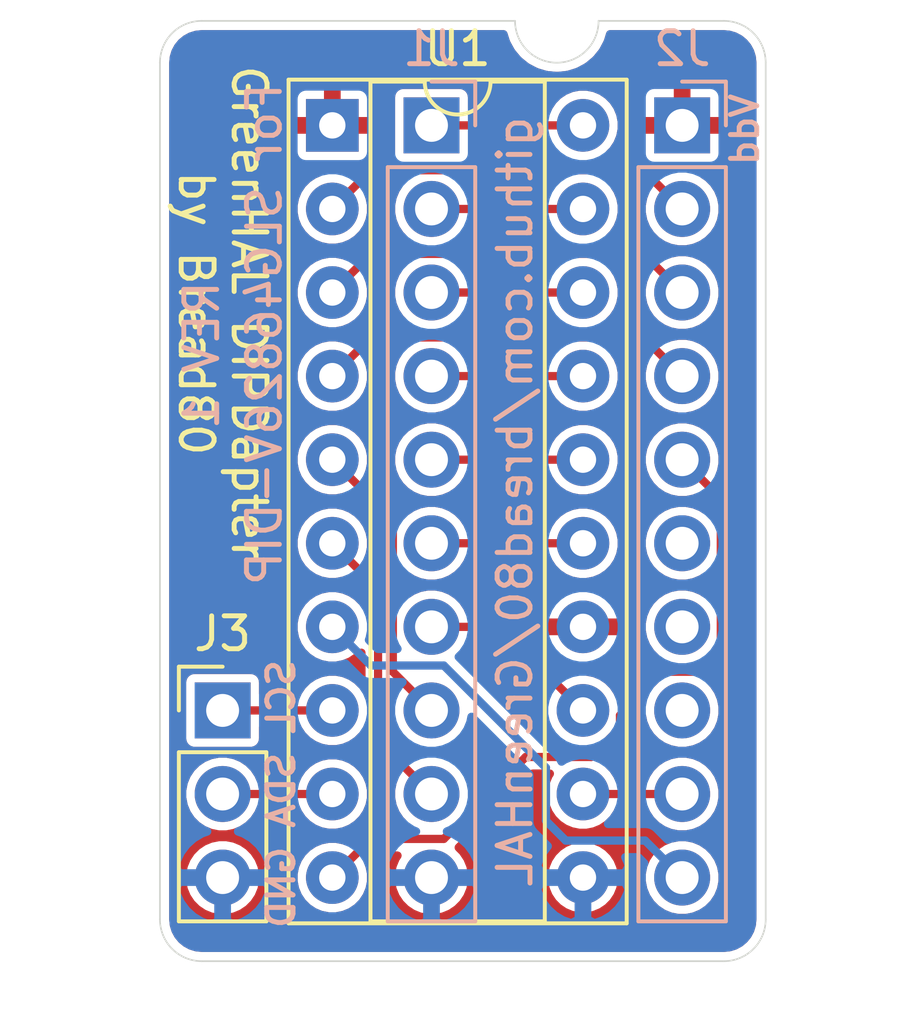
<source format=kicad_pcb>
(kicad_pcb (version 20171130) (host pcbnew "(5.1.10)-1")

  (general
    (thickness 1.6)
    (drawings 16)
    (tracks 44)
    (zones 0)
    (modules 4)
    (nets 23)
  )

  (page A4)
  (layers
    (0 F.Cu signal)
    (31 B.Cu signal)
    (32 B.Adhes user)
    (33 F.Adhes user)
    (34 B.Paste user)
    (35 F.Paste user)
    (36 B.SilkS user)
    (37 F.SilkS user)
    (38 B.Mask user)
    (39 F.Mask user)
    (40 Dwgs.User user)
    (41 Cmts.User user)
    (42 Eco1.User user)
    (43 Eco2.User user)
    (44 Edge.Cuts user)
    (45 Margin user)
    (46 B.CrtYd user)
    (47 F.CrtYd user)
    (48 B.Fab user)
    (49 F.Fab user)
  )

  (setup
    (last_trace_width 0.25)
    (trace_clearance 0.2)
    (zone_clearance 0.254)
    (zone_45_only yes)
    (trace_min 0.2)
    (via_size 0.8)
    (via_drill 0.4)
    (via_min_size 0.4)
    (via_min_drill 0.3)
    (uvia_size 0.3)
    (uvia_drill 0.1)
    (uvias_allowed no)
    (uvia_min_size 0.2)
    (uvia_min_drill 0.1)
    (edge_width 0.05)
    (segment_width 0.2)
    (pcb_text_width 0.3)
    (pcb_text_size 1.5 1.5)
    (mod_edge_width 0.12)
    (mod_text_size 1 1)
    (mod_text_width 0.15)
    (pad_size 1.524 1.524)
    (pad_drill 0.762)
    (pad_to_mask_clearance 0)
    (aux_axis_origin 0 0)
    (visible_elements FFFFFF7F)
    (pcbplotparams
      (layerselection 0x010fc_ffffffff)
      (usegerberextensions false)
      (usegerberattributes true)
      (usegerberadvancedattributes true)
      (creategerberjobfile true)
      (excludeedgelayer true)
      (linewidth 0.100000)
      (plotframeref false)
      (viasonmask false)
      (mode 1)
      (useauxorigin false)
      (hpglpennumber 1)
      (hpglpenspeed 20)
      (hpglpendiameter 15.000000)
      (psnegative false)
      (psa4output false)
      (plotreference true)
      (plotvalue true)
      (plotinvisibletext false)
      (padsonsilk false)
      (subtractmaskfromsilk false)
      (outputformat 1)
      (mirror false)
      (drillshape 1)
      (scaleselection 1)
      (outputdirectory ""))
  )

  (net 0 "")
  (net 1 GND)
  (net 2 /A14)
  (net 3 /A15)
  (net 4 /~CAS)
  (net 5 /RAMDIS)
  (net 6 /~RESET)
  (net 7 /D0)
  (net 8 /SELECT)
  (net 9 /~CPU)
  (net 10 /A15OUT)
  (net 11 "Net-(J2-Pad8)")
  (net 12 "Net-(J2-Pad7)")
  (net 13 "Net-(J2-Pad6)")
  (net 14 /~CAS1)
  (net 15 /~CAS0)
  (net 16 /~IOWR)
  (net 17 /A14OUT)
  (net 18 VDD)
  (net 19 /D1)
  (net 20 /D2)
  (net 21 /SDA)
  (net 22 /SCL)

  (net_class Default "This is the default net class."
    (clearance 0.2)
    (trace_width 0.25)
    (via_dia 0.8)
    (via_drill 0.4)
    (uvia_dia 0.3)
    (uvia_drill 0.1)
    (add_net /A14)
    (add_net /A14OUT)
    (add_net /A15)
    (add_net /A15OUT)
    (add_net /D0)
    (add_net /D1)
    (add_net /D2)
    (add_net /RAMDIS)
    (add_net /SCL)
    (add_net /SDA)
    (add_net /SELECT)
    (add_net /~CAS)
    (add_net /~CAS0)
    (add_net /~CAS1)
    (add_net /~CPU)
    (add_net /~IOWR)
    (add_net /~RESET)
    (add_net GND)
    (add_net "Net-(J2-Pad6)")
    (add_net "Net-(J2-Pad7)")
    (add_net "Net-(J2-Pad8)")
    (add_net VDD)
  )

  (module Connector_PinHeader_2.54mm:PinHeader_1x03_P2.54mm_Vertical (layer F.Cu) (tedit 59FED5CC) (tstamp 65020352)
    (at 142.875 97.155)
    (descr "Through hole straight pin header, 1x03, 2.54mm pitch, single row")
    (tags "Through hole pin header THT 1x03 2.54mm single row")
    (path /65035DE4)
    (fp_text reference J3 (at 0 -2.33) (layer F.SilkS)
      (effects (font (size 1 1) (thickness 0.15)))
    )
    (fp_text value Conn_01x03_Male (at 0 7.41) (layer F.Fab)
      (effects (font (size 1 1) (thickness 0.15)))
    )
    (fp_text user %R (at 0 2.54 90) (layer F.Fab)
      (effects (font (size 1 1) (thickness 0.15)))
    )
    (fp_line (start -0.635 -1.27) (end 1.27 -1.27) (layer F.Fab) (width 0.1))
    (fp_line (start 1.27 -1.27) (end 1.27 6.35) (layer F.Fab) (width 0.1))
    (fp_line (start 1.27 6.35) (end -1.27 6.35) (layer F.Fab) (width 0.1))
    (fp_line (start -1.27 6.35) (end -1.27 -0.635) (layer F.Fab) (width 0.1))
    (fp_line (start -1.27 -0.635) (end -0.635 -1.27) (layer F.Fab) (width 0.1))
    (fp_line (start -1.33 6.41) (end 1.33 6.41) (layer F.SilkS) (width 0.12))
    (fp_line (start -1.33 1.27) (end -1.33 6.41) (layer F.SilkS) (width 0.12))
    (fp_line (start 1.33 1.27) (end 1.33 6.41) (layer F.SilkS) (width 0.12))
    (fp_line (start -1.33 1.27) (end 1.33 1.27) (layer F.SilkS) (width 0.12))
    (fp_line (start -1.33 0) (end -1.33 -1.33) (layer F.SilkS) (width 0.12))
    (fp_line (start -1.33 -1.33) (end 0 -1.33) (layer F.SilkS) (width 0.12))
    (fp_line (start -1.8 -1.8) (end -1.8 6.85) (layer F.CrtYd) (width 0.05))
    (fp_line (start -1.8 6.85) (end 1.8 6.85) (layer F.CrtYd) (width 0.05))
    (fp_line (start 1.8 6.85) (end 1.8 -1.8) (layer F.CrtYd) (width 0.05))
    (fp_line (start 1.8 -1.8) (end -1.8 -1.8) (layer F.CrtYd) (width 0.05))
    (pad 3 thru_hole oval (at 0 5.08) (size 1.7 1.7) (drill 1) (layers *.Cu *.Mask)
      (net 1 GND))
    (pad 2 thru_hole oval (at 0 2.54) (size 1.7 1.7) (drill 1) (layers *.Cu *.Mask)
      (net 21 /SDA))
    (pad 1 thru_hole rect (at 0 0) (size 1.7 1.7) (drill 1) (layers *.Cu *.Mask)
      (net 22 /SCL))
    (model ${KISYS3DMOD}/Connector_PinHeader_2.54mm.3dshapes/PinHeader_1x03_P2.54mm_Vertical.wrl
      (at (xyz 0 0 0))
      (scale (xyz 1 1 1))
      (rotate (xyz 0 0 0))
    )
  )

  (module Package_DIP:DIP-20_W7.62mm_Socket (layer F.Cu) (tedit 5A02E8C5) (tstamp 6501F07B)
    (at 146.21 79.375)
    (descr "20-lead though-hole mounted DIP package, row spacing 7.62 mm (300 mils), Socket")
    (tags "THT DIP DIL PDIP 2.54mm 7.62mm 300mil Socket")
    (path /6501F9AF)
    (fp_text reference U1 (at 3.81 -2.33) (layer F.SilkS)
      (effects (font (size 1 1) (thickness 0.15)))
    )
    (fp_text value SLG46826V-DIP (at 3.81 25.19) (layer F.Fab)
      (effects (font (size 1 1) (thickness 0.15)))
    )
    (fp_text user %R (at 3.81 11.43) (layer F.Fab)
      (effects (font (size 1 1) (thickness 0.15)))
    )
    (fp_arc (start 3.81 -1.33) (end 2.81 -1.33) (angle -180) (layer F.SilkS) (width 0.12))
    (fp_line (start 1.635 -1.27) (end 6.985 -1.27) (layer F.Fab) (width 0.1))
    (fp_line (start 6.985 -1.27) (end 6.985 24.13) (layer F.Fab) (width 0.1))
    (fp_line (start 6.985 24.13) (end 0.635 24.13) (layer F.Fab) (width 0.1))
    (fp_line (start 0.635 24.13) (end 0.635 -0.27) (layer F.Fab) (width 0.1))
    (fp_line (start 0.635 -0.27) (end 1.635 -1.27) (layer F.Fab) (width 0.1))
    (fp_line (start -1.27 -1.33) (end -1.27 24.19) (layer F.Fab) (width 0.1))
    (fp_line (start -1.27 24.19) (end 8.89 24.19) (layer F.Fab) (width 0.1))
    (fp_line (start 8.89 24.19) (end 8.89 -1.33) (layer F.Fab) (width 0.1))
    (fp_line (start 8.89 -1.33) (end -1.27 -1.33) (layer F.Fab) (width 0.1))
    (fp_line (start 2.81 -1.33) (end 1.16 -1.33) (layer F.SilkS) (width 0.12))
    (fp_line (start 1.16 -1.33) (end 1.16 24.19) (layer F.SilkS) (width 0.12))
    (fp_line (start 1.16 24.19) (end 6.46 24.19) (layer F.SilkS) (width 0.12))
    (fp_line (start 6.46 24.19) (end 6.46 -1.33) (layer F.SilkS) (width 0.12))
    (fp_line (start 6.46 -1.33) (end 4.81 -1.33) (layer F.SilkS) (width 0.12))
    (fp_line (start -1.33 -1.39) (end -1.33 24.25) (layer F.SilkS) (width 0.12))
    (fp_line (start -1.33 24.25) (end 8.95 24.25) (layer F.SilkS) (width 0.12))
    (fp_line (start 8.95 24.25) (end 8.95 -1.39) (layer F.SilkS) (width 0.12))
    (fp_line (start 8.95 -1.39) (end -1.33 -1.39) (layer F.SilkS) (width 0.12))
    (fp_line (start -1.55 -1.6) (end -1.55 24.45) (layer F.CrtYd) (width 0.05))
    (fp_line (start -1.55 24.45) (end 9.15 24.45) (layer F.CrtYd) (width 0.05))
    (fp_line (start 9.15 24.45) (end 9.15 -1.6) (layer F.CrtYd) (width 0.05))
    (fp_line (start 9.15 -1.6) (end -1.55 -1.6) (layer F.CrtYd) (width 0.05))
    (pad 20 thru_hole oval (at 7.62 0) (size 1.6 1.6) (drill 0.8) (layers *.Cu *.Mask)
      (net 8 /SELECT))
    (pad 10 thru_hole oval (at 0 22.86) (size 1.6 1.6) (drill 0.8) (layers *.Cu *.Mask)
      (net 14 /~CAS1))
    (pad 19 thru_hole oval (at 7.62 2.54) (size 1.6 1.6) (drill 0.8) (layers *.Cu *.Mask)
      (net 7 /D0))
    (pad 9 thru_hole oval (at 0 20.32) (size 1.6 1.6) (drill 0.8) (layers *.Cu *.Mask)
      (net 21 /SDA))
    (pad 18 thru_hole oval (at 7.62 5.08) (size 1.6 1.6) (drill 0.8) (layers *.Cu *.Mask)
      (net 6 /~RESET))
    (pad 8 thru_hole oval (at 0 17.78) (size 1.6 1.6) (drill 0.8) (layers *.Cu *.Mask)
      (net 22 /SCL))
    (pad 17 thru_hole oval (at 7.62 7.62) (size 1.6 1.6) (drill 0.8) (layers *.Cu *.Mask)
      (net 5 /RAMDIS))
    (pad 7 thru_hole oval (at 0 15.24) (size 1.6 1.6) (drill 0.8) (layers *.Cu *.Mask)
      (net 9 /~CPU))
    (pad 16 thru_hole oval (at 7.62 10.16) (size 1.6 1.6) (drill 0.8) (layers *.Cu *.Mask)
      (net 19 /D1))
    (pad 6 thru_hole oval (at 0 12.7) (size 1.6 1.6) (drill 0.8) (layers *.Cu *.Mask)
      (net 2 /A14))
    (pad 15 thru_hole oval (at 7.62 12.7) (size 1.6 1.6) (drill 0.8) (layers *.Cu *.Mask)
      (net 20 /D2))
    (pad 5 thru_hole oval (at 0 10.16) (size 1.6 1.6) (drill 0.8) (layers *.Cu *.Mask)
      (net 3 /A15))
    (pad 14 thru_hole oval (at 7.62 15.24) (size 1.6 1.6) (drill 0.8) (layers *.Cu *.Mask)
      (net 18 VDD))
    (pad 4 thru_hole oval (at 0 7.62) (size 1.6 1.6) (drill 0.8) (layers *.Cu *.Mask)
      (net 15 /~CAS0))
    (pad 13 thru_hole oval (at 7.62 17.78) (size 1.6 1.6) (drill 0.8) (layers *.Cu *.Mask)
      (net 4 /~CAS))
    (pad 3 thru_hole oval (at 0 5.08) (size 1.6 1.6) (drill 0.8) (layers *.Cu *.Mask)
      (net 16 /~IOWR))
    (pad 12 thru_hole oval (at 7.62 20.32) (size 1.6 1.6) (drill 0.8) (layers *.Cu *.Mask)
      (net 10 /A15OUT))
    (pad 2 thru_hole oval (at 0 2.54) (size 1.6 1.6) (drill 0.8) (layers *.Cu *.Mask)
      (net 17 /A14OUT))
    (pad 11 thru_hole oval (at 7.62 22.86) (size 1.6 1.6) (drill 0.8) (layers *.Cu *.Mask)
      (net 1 GND))
    (pad 1 thru_hole rect (at 0 0) (size 1.6 1.6) (drill 0.8) (layers *.Cu *.Mask)
      (net 18 VDD))
    (model ${KISYS3DMOD}/Package_DIP.3dshapes/DIP-20_W7.62mm_Socket.wrl
      (at (xyz 0 0 0))
      (scale (xyz 1 1 1))
      (rotate (xyz 0 0 0))
    )
  )

  (module Connector_PinHeader_2.54mm:PinHeader_1x10_P2.54mm_Vertical (layer B.Cu) (tedit 59FED5CC) (tstamp 6501EF53)
    (at 156.845 79.375 180)
    (descr "Through hole straight pin header, 1x10, 2.54mm pitch, single row")
    (tags "Through hole pin header THT 1x10 2.54mm single row")
    (path /65021022)
    (fp_text reference J2 (at 0 2.33) (layer B.SilkS)
      (effects (font (size 1 1) (thickness 0.15)) (justify mirror))
    )
    (fp_text value Conn_01x10_Male (at 0 -25.19) (layer B.Fab)
      (effects (font (size 1 1) (thickness 0.15)) (justify mirror))
    )
    (fp_text user %R (at 0 -11.43 270) (layer B.Fab)
      (effects (font (size 1 1) (thickness 0.15)) (justify mirror))
    )
    (fp_line (start -0.635 1.27) (end 1.27 1.27) (layer B.Fab) (width 0.1))
    (fp_line (start 1.27 1.27) (end 1.27 -24.13) (layer B.Fab) (width 0.1))
    (fp_line (start 1.27 -24.13) (end -1.27 -24.13) (layer B.Fab) (width 0.1))
    (fp_line (start -1.27 -24.13) (end -1.27 0.635) (layer B.Fab) (width 0.1))
    (fp_line (start -1.27 0.635) (end -0.635 1.27) (layer B.Fab) (width 0.1))
    (fp_line (start -1.33 -24.19) (end 1.33 -24.19) (layer B.SilkS) (width 0.12))
    (fp_line (start -1.33 -1.27) (end -1.33 -24.19) (layer B.SilkS) (width 0.12))
    (fp_line (start 1.33 -1.27) (end 1.33 -24.19) (layer B.SilkS) (width 0.12))
    (fp_line (start -1.33 -1.27) (end 1.33 -1.27) (layer B.SilkS) (width 0.12))
    (fp_line (start -1.33 0) (end -1.33 1.33) (layer B.SilkS) (width 0.12))
    (fp_line (start -1.33 1.33) (end 0 1.33) (layer B.SilkS) (width 0.12))
    (fp_line (start -1.8 1.8) (end -1.8 -24.65) (layer B.CrtYd) (width 0.05))
    (fp_line (start -1.8 -24.65) (end 1.8 -24.65) (layer B.CrtYd) (width 0.05))
    (fp_line (start 1.8 -24.65) (end 1.8 1.8) (layer B.CrtYd) (width 0.05))
    (fp_line (start 1.8 1.8) (end -1.8 1.8) (layer B.CrtYd) (width 0.05))
    (pad 10 thru_hole oval (at 0 -22.86 180) (size 1.7 1.7) (drill 1) (layers *.Cu *.Mask)
      (net 9 /~CPU))
    (pad 9 thru_hole oval (at 0 -20.32 180) (size 1.7 1.7) (drill 1) (layers *.Cu *.Mask)
      (net 10 /A15OUT))
    (pad 8 thru_hole oval (at 0 -17.78 180) (size 1.7 1.7) (drill 1) (layers *.Cu *.Mask)
      (net 11 "Net-(J2-Pad8)"))
    (pad 7 thru_hole oval (at 0 -15.24 180) (size 1.7 1.7) (drill 1) (layers *.Cu *.Mask)
      (net 12 "Net-(J2-Pad7)"))
    (pad 6 thru_hole oval (at 0 -12.7 180) (size 1.7 1.7) (drill 1) (layers *.Cu *.Mask)
      (net 13 "Net-(J2-Pad6)"))
    (pad 5 thru_hole oval (at 0 -10.16 180) (size 1.7 1.7) (drill 1) (layers *.Cu *.Mask)
      (net 14 /~CAS1))
    (pad 4 thru_hole oval (at 0 -7.62 180) (size 1.7 1.7) (drill 1) (layers *.Cu *.Mask)
      (net 15 /~CAS0))
    (pad 3 thru_hole oval (at 0 -5.08 180) (size 1.7 1.7) (drill 1) (layers *.Cu *.Mask)
      (net 16 /~IOWR))
    (pad 2 thru_hole oval (at 0 -2.54 180) (size 1.7 1.7) (drill 1) (layers *.Cu *.Mask)
      (net 17 /A14OUT))
    (pad 1 thru_hole rect (at 0 0 180) (size 1.7 1.7) (drill 1) (layers *.Cu *.Mask)
      (net 18 VDD))
    (model ${KISYS3DMOD}/Connector_PinHeader_2.54mm.3dshapes/PinHeader_1x10_P2.54mm_Vertical.wrl
      (at (xyz 0 0 0))
      (scale (xyz 1 1 1))
      (rotate (xyz 0 0 0))
    )
  )

  (module Connector_PinHeader_2.54mm:PinHeader_1x10_P2.54mm_Vertical (layer B.Cu) (tedit 59FED5CC) (tstamp 6501EF35)
    (at 149.225 79.375 180)
    (descr "Through hole straight pin header, 1x10, 2.54mm pitch, single row")
    (tags "Through hole pin header THT 1x10 2.54mm single row")
    (path /650200E3)
    (fp_text reference J1 (at 0 2.33) (layer B.SilkS)
      (effects (font (size 1 1) (thickness 0.15)) (justify mirror))
    )
    (fp_text value Conn_01x10_Male (at 0 -25.19) (layer B.Fab)
      (effects (font (size 1 1) (thickness 0.15)) (justify mirror))
    )
    (fp_text user %R (at 0 -11.43 270) (layer B.Fab)
      (effects (font (size 1 1) (thickness 0.15)) (justify mirror))
    )
    (fp_line (start -0.635 1.27) (end 1.27 1.27) (layer B.Fab) (width 0.1))
    (fp_line (start 1.27 1.27) (end 1.27 -24.13) (layer B.Fab) (width 0.1))
    (fp_line (start 1.27 -24.13) (end -1.27 -24.13) (layer B.Fab) (width 0.1))
    (fp_line (start -1.27 -24.13) (end -1.27 0.635) (layer B.Fab) (width 0.1))
    (fp_line (start -1.27 0.635) (end -0.635 1.27) (layer B.Fab) (width 0.1))
    (fp_line (start -1.33 -24.19) (end 1.33 -24.19) (layer B.SilkS) (width 0.12))
    (fp_line (start -1.33 -1.27) (end -1.33 -24.19) (layer B.SilkS) (width 0.12))
    (fp_line (start 1.33 -1.27) (end 1.33 -24.19) (layer B.SilkS) (width 0.12))
    (fp_line (start -1.33 -1.27) (end 1.33 -1.27) (layer B.SilkS) (width 0.12))
    (fp_line (start -1.33 0) (end -1.33 1.33) (layer B.SilkS) (width 0.12))
    (fp_line (start -1.33 1.33) (end 0 1.33) (layer B.SilkS) (width 0.12))
    (fp_line (start -1.8 1.8) (end -1.8 -24.65) (layer B.CrtYd) (width 0.05))
    (fp_line (start -1.8 -24.65) (end 1.8 -24.65) (layer B.CrtYd) (width 0.05))
    (fp_line (start 1.8 -24.65) (end 1.8 1.8) (layer B.CrtYd) (width 0.05))
    (fp_line (start 1.8 1.8) (end -1.8 1.8) (layer B.CrtYd) (width 0.05))
    (pad 10 thru_hole oval (at 0 -22.86 180) (size 1.7 1.7) (drill 1) (layers *.Cu *.Mask)
      (net 1 GND))
    (pad 9 thru_hole oval (at 0 -20.32 180) (size 1.7 1.7) (drill 1) (layers *.Cu *.Mask)
      (net 2 /A14))
    (pad 8 thru_hole oval (at 0 -17.78 180) (size 1.7 1.7) (drill 1) (layers *.Cu *.Mask)
      (net 3 /A15))
    (pad 7 thru_hole oval (at 0 -15.24 180) (size 1.7 1.7) (drill 1) (layers *.Cu *.Mask)
      (net 4 /~CAS))
    (pad 6 thru_hole oval (at 0 -12.7 180) (size 1.7 1.7) (drill 1) (layers *.Cu *.Mask)
      (net 20 /D2))
    (pad 5 thru_hole oval (at 0 -10.16 180) (size 1.7 1.7) (drill 1) (layers *.Cu *.Mask)
      (net 19 /D1))
    (pad 4 thru_hole oval (at 0 -7.62 180) (size 1.7 1.7) (drill 1) (layers *.Cu *.Mask)
      (net 5 /RAMDIS))
    (pad 3 thru_hole oval (at 0 -5.08 180) (size 1.7 1.7) (drill 1) (layers *.Cu *.Mask)
      (net 6 /~RESET))
    (pad 2 thru_hole oval (at 0 -2.54 180) (size 1.7 1.7) (drill 1) (layers *.Cu *.Mask)
      (net 7 /D0))
    (pad 1 thru_hole rect (at 0 0 180) (size 1.7 1.7) (drill 1) (layers *.Cu *.Mask)
      (net 8 /SELECT))
    (model ${KISYS3DMOD}/Connector_PinHeader_2.54mm.3dshapes/PinHeader_1x10_P2.54mm_Vertical.wrl
      (at (xyz 0 0 0))
      (scale (xyz 1 1 1))
      (rotate (xyz 0 0 0))
    )
  )

  (gr_text "For SLG46826V-DIP" (at 144.145 85.725 90) (layer B.SilkS)
    (effects (font (size 1 1) (thickness 0.15)) (justify mirror))
  )
  (gr_text "REV 1" (at 142.24 86.36 90) (layer B.SilkS)
    (effects (font (size 1 1) (thickness 0.15)) (justify mirror))
  )
  (gr_text github.com/bread80/GreenHAL (at 151.765 90.805 90) (layer B.SilkS)
    (effects (font (size 1 1) (thickness 0.15)) (justify mirror))
  )
  (gr_text Vdd (at 158.75 79.502 90) (layer B.SilkS)
    (effects (font (size 0.8 0.8) (thickness 0.15)) (justify mirror))
  )
  (gr_text "SCL SDA GND" (at 144.653 99.695 90) (layer B.SilkS)
    (effects (font (size 0.8 0.8) (thickness 0.15)) (justify mirror))
  )
  (gr_text "GreenHAL DIPDapter\nby Bread80" (at 142.875 85.09 270) (layer F.SilkS)
    (effects (font (size 1 1) (thickness 0.15)))
  )
  (gr_line (start 154.305 76.2) (end 158.115 76.2) (layer Edge.Cuts) (width 0.05) (tstamp 6501F797))
  (gr_arc (start 153.035 76.2) (end 151.765 76.2) (angle -180) (layer Edge.Cuts) (width 0.05))
  (gr_arc (start 158.115 103.505) (end 158.115 104.775) (angle -90) (layer Edge.Cuts) (width 0.05) (tstamp 6501F6F9))
  (gr_arc (start 142.24 103.505) (end 140.97 103.505) (angle -90) (layer Edge.Cuts) (width 0.05) (tstamp 6501F6ED))
  (gr_arc (start 142.24 77.47) (end 142.24 76.2) (angle -90) (layer Edge.Cuts) (width 0.05) (tstamp 6501F6ED))
  (gr_arc (start 158.115 77.47) (end 159.385 77.47) (angle -90) (layer Edge.Cuts) (width 0.05))
  (gr_line (start 159.385 103.505) (end 159.385 77.47) (layer Edge.Cuts) (width 0.05))
  (gr_line (start 142.24 104.775) (end 158.115 104.775) (layer Edge.Cuts) (width 0.05))
  (gr_line (start 140.97 77.47) (end 140.97 103.505) (layer Edge.Cuts) (width 0.05))
  (gr_line (start 151.765 76.2) (end 142.24 76.2) (layer Edge.Cuts) (width 0.05))

  (segment (start 147.599989 98.069989) (end 149.225 99.695) (width 0.25) (layer F.Cu) (net 2))
  (segment (start 147.599989 93.464989) (end 147.599989 98.069989) (width 0.25) (layer F.Cu) (net 2))
  (segment (start 146.21 92.075) (end 147.599989 93.464989) (width 0.25) (layer F.Cu) (net 2))
  (segment (start 148.049999 95.979999) (end 149.225 97.155) (width 0.25) (layer F.Cu) (net 3))
  (segment (start 148.049999 91.374999) (end 148.049999 95.979999) (width 0.25) (layer F.Cu) (net 3))
  (segment (start 146.21 89.535) (end 148.049999 91.374999) (width 0.25) (layer F.Cu) (net 3))
  (segment (start 151.29 94.615) (end 153.83 97.155) (width 0.25) (layer F.Cu) (net 4))
  (segment (start 149.225 94.615) (end 151.29 94.615) (width 0.25) (layer F.Cu) (net 4))
  (segment (start 149.225 86.995) (end 153.83 86.995) (width 0.25) (layer F.Cu) (net 5))
  (segment (start 149.225 84.455) (end 153.83 84.455) (width 0.25) (layer F.Cu) (net 6))
  (segment (start 149.225 81.915) (end 153.83 81.915) (width 0.25) (layer F.Cu) (net 7))
  (segment (start 153.83 79.375) (end 149.225 79.375) (width 0.25) (layer F.Cu) (net 8))
  (segment (start 155.719999 101.109999) (end 156.845 102.235) (width 0.25) (layer B.Cu) (net 9))
  (segment (start 152.704999 100.507999) (end 153.306999 101.109999) (width 0.25) (layer B.Cu) (net 9))
  (segment (start 152.704999 98.895997) (end 152.704999 100.507999) (width 0.25) (layer B.Cu) (net 9))
  (segment (start 149.599003 95.790001) (end 152.704999 98.895997) (width 0.25) (layer B.Cu) (net 9))
  (segment (start 153.306999 101.109999) (end 155.719999 101.109999) (width 0.25) (layer B.Cu) (net 9))
  (segment (start 147.385001 95.790001) (end 149.599003 95.790001) (width 0.25) (layer B.Cu) (net 9))
  (segment (start 146.21 94.615) (end 147.385001 95.790001) (width 0.25) (layer B.Cu) (net 9))
  (segment (start 153.83 99.695) (end 156.845 99.695) (width 0.25) (layer F.Cu) (net 10))
  (segment (start 147.385001 101.059999) (end 146.21 102.235) (width 0.25) (layer F.Cu) (net 14))
  (segment (start 149.599003 101.059999) (end 147.385001 101.059999) (width 0.25) (layer F.Cu) (net 14))
  (segment (start 152.089003 98.569999) (end 149.599003 101.059999) (width 0.25) (layer F.Cu) (net 14))
  (segment (start 154.080003 98.569999) (end 152.089003 98.569999) (width 0.25) (layer F.Cu) (net 14))
  (segment (start 154.955001 97.695001) (end 154.080003 98.569999) (width 0.25) (layer F.Cu) (net 14))
  (segment (start 154.955001 97.305997) (end 154.955001 97.695001) (width 0.25) (layer F.Cu) (net 14))
  (segment (start 156.280999 95.979999) (end 154.955001 97.305997) (width 0.25) (layer F.Cu) (net 14))
  (segment (start 157.385001 95.979999) (end 156.280999 95.979999) (width 0.25) (layer F.Cu) (net 14))
  (segment (start 158.020001 95.344999) (end 157.385001 95.979999) (width 0.25) (layer F.Cu) (net 14))
  (segment (start 158.020001 90.710001) (end 158.020001 95.344999) (width 0.25) (layer F.Cu) (net 14))
  (segment (start 156.845 89.535) (end 158.020001 90.710001) (width 0.25) (layer F.Cu) (net 14))
  (segment (start 147.385001 85.819999) (end 155.669999 85.819999) (width 0.25) (layer F.Cu) (net 15))
  (segment (start 155.669999 85.819999) (end 156.845 86.995) (width 0.25) (layer F.Cu) (net 15))
  (segment (start 146.21 86.995) (end 147.385001 85.819999) (width 0.25) (layer F.Cu) (net 15))
  (segment (start 155.669999 83.279999) (end 156.845 84.455) (width 0.25) (layer F.Cu) (net 16))
  (segment (start 147.385001 83.279999) (end 155.669999 83.279999) (width 0.25) (layer F.Cu) (net 16))
  (segment (start 146.21 84.455) (end 147.385001 83.279999) (width 0.25) (layer F.Cu) (net 16))
  (segment (start 155.669999 80.739999) (end 156.845 81.915) (width 0.25) (layer F.Cu) (net 17))
  (segment (start 147.385001 80.739999) (end 155.669999 80.739999) (width 0.25) (layer F.Cu) (net 17))
  (segment (start 146.21 81.915) (end 147.385001 80.739999) (width 0.25) (layer F.Cu) (net 17))
  (segment (start 149.225 89.535) (end 153.83 89.535) (width 0.25) (layer F.Cu) (net 19))
  (segment (start 149.225 92.075) (end 153.83 92.075) (width 0.25) (layer F.Cu) (net 20))
  (segment (start 142.875 99.695) (end 146.21 99.695) (width 0.25) (layer F.Cu) (net 21))
  (segment (start 146.21 97.155) (end 142.875 97.155) (width 0.25) (layer F.Cu) (net 22))

  (zone (net 18) (net_name VDD) (layer F.Cu) (tstamp 0) (hatch edge 0.508)
    (connect_pads (clearance 0.254))
    (min_thickness 0.254)
    (fill yes (arc_segments 32) (thermal_gap 0.508) (thermal_bridge_width 0.508))
    (polygon
      (pts
        (xy 159.385 105.41) (xy 140.335 105.41) (xy 140.335 76.2) (xy 159.385 75.565)
      )
    )
    (filled_polygon
      (pts
        (xy 151.480702 76.823067) (xy 151.495209 76.856915) (xy 151.509222 76.890911) (xy 151.511918 76.895898) (xy 151.631326 77.1131)
        (xy 151.652121 77.14347) (xy 151.672479 77.174112) (xy 151.676092 77.17848) (xy 151.835415 77.368353) (xy 151.861736 77.394128)
        (xy 151.887633 77.420207) (xy 151.892026 77.423791) (xy 152.085193 77.579102) (xy 152.116029 77.59928) (xy 152.146493 77.619828)
        (xy 152.151498 77.62249) (xy 152.371153 77.737322) (xy 152.405288 77.751114) (xy 152.439191 77.765365) (xy 152.444616 77.767003)
        (xy 152.44462 77.767005) (xy 152.444624 77.767006) (xy 152.682395 77.836986) (xy 152.718565 77.843886) (xy 152.754587 77.85128)
        (xy 152.760227 77.851834) (xy 152.760229 77.851834) (xy 153.007069 77.874298) (xy 153.043866 77.874041) (xy 153.080662 77.874298)
        (xy 153.086304 77.873745) (xy 153.086306 77.873745) (xy 153.332807 77.847837) (xy 153.36886 77.840436) (xy 153.405 77.833542)
        (xy 153.410427 77.831904) (xy 153.647203 77.758609) (xy 153.681126 77.744349) (xy 153.715242 77.730565) (xy 153.720248 77.727904)
        (xy 153.938278 77.610016) (xy 153.968819 77.589416) (xy 153.999576 77.569289) (xy 154.00397 77.565706) (xy 154.19495 77.407713)
        (xy 154.22092 77.381562) (xy 154.247168 77.355857) (xy 154.250777 77.351495) (xy 154.250783 77.351489) (xy 154.250787 77.351482)
        (xy 154.407437 77.159411) (xy 154.427818 77.128735) (xy 154.44859 77.098398) (xy 154.451284 77.093417) (xy 154.451287 77.093413)
        (xy 154.451289 77.093409) (xy 154.56765 76.874564) (xy 154.581679 76.840527) (xy 154.596168 76.806722) (xy 154.597842 76.801313)
        (xy 154.597845 76.801306) (xy 154.597846 76.801299) (xy 154.656811 76.606) (xy 158.095146 76.606) (xy 158.282441 76.624364)
        (xy 158.443501 76.672992) (xy 158.592054 76.751979) (xy 158.72243 76.85831) (xy 158.829674 76.987946) (xy 158.909695 77.135942)
        (xy 158.959446 77.296661) (xy 158.979001 77.482716) (xy 158.979 103.485146) (xy 158.960636 103.672441) (xy 158.912008 103.833503)
        (xy 158.833023 103.982051) (xy 158.726689 104.11243) (xy 158.597054 104.219674) (xy 158.449058 104.299695) (xy 158.288339 104.349446)
        (xy 158.102293 104.369) (xy 142.259854 104.369) (xy 142.072559 104.350636) (xy 141.911497 104.302008) (xy 141.762949 104.223023)
        (xy 141.63257 104.116689) (xy 141.525326 103.987054) (xy 141.445305 103.839058) (xy 141.395554 103.678339) (xy 141.376 103.492293)
        (xy 141.376 102.113757) (xy 141.644 102.113757) (xy 141.644 102.356243) (xy 141.691307 102.594069) (xy 141.784102 102.818097)
        (xy 141.91882 103.019717) (xy 142.090283 103.19118) (xy 142.291903 103.325898) (xy 142.515931 103.418693) (xy 142.753757 103.466)
        (xy 142.996243 103.466) (xy 143.234069 103.418693) (xy 143.458097 103.325898) (xy 143.659717 103.19118) (xy 143.83118 103.019717)
        (xy 143.965898 102.818097) (xy 144.058693 102.594069) (xy 144.106 102.356243) (xy 144.106 102.113757) (xy 144.058693 101.875931)
        (xy 143.965898 101.651903) (xy 143.83118 101.450283) (xy 143.659717 101.27882) (xy 143.458097 101.144102) (xy 143.234069 101.051307)
        (xy 142.996243 101.004) (xy 142.753757 101.004) (xy 142.515931 101.051307) (xy 142.291903 101.144102) (xy 142.090283 101.27882)
        (xy 141.91882 101.450283) (xy 141.784102 101.651903) (xy 141.691307 101.875931) (xy 141.644 102.113757) (xy 141.376 102.113757)
        (xy 141.376 99.573757) (xy 141.644 99.573757) (xy 141.644 99.816243) (xy 141.691307 100.054069) (xy 141.784102 100.278097)
        (xy 141.91882 100.479717) (xy 142.090283 100.65118) (xy 142.291903 100.785898) (xy 142.515931 100.878693) (xy 142.753757 100.926)
        (xy 142.996243 100.926) (xy 143.234069 100.878693) (xy 143.458097 100.785898) (xy 143.659717 100.65118) (xy 143.83118 100.479717)
        (xy 143.965898 100.278097) (xy 143.997832 100.201) (xy 145.141288 100.201) (xy 145.163412 100.254413) (xy 145.292658 100.447843)
        (xy 145.457157 100.612342) (xy 145.650587 100.741588) (xy 145.865515 100.830614) (xy 146.093682 100.876) (xy 146.326318 100.876)
        (xy 146.554485 100.830614) (xy 146.769413 100.741588) (xy 146.962843 100.612342) (xy 147.127342 100.447843) (xy 147.256588 100.254413)
        (xy 147.345614 100.039485) (xy 147.391 99.811318) (xy 147.391 99.578682) (xy 147.345614 99.350515) (xy 147.256588 99.135587)
        (xy 147.127342 98.942157) (xy 146.962843 98.777658) (xy 146.769413 98.648412) (xy 146.554485 98.559386) (xy 146.326318 98.514)
        (xy 146.093682 98.514) (xy 145.865515 98.559386) (xy 145.650587 98.648412) (xy 145.457157 98.777658) (xy 145.292658 98.942157)
        (xy 145.163412 99.135587) (xy 145.141288 99.189) (xy 143.997832 99.189) (xy 143.965898 99.111903) (xy 143.83118 98.910283)
        (xy 143.659717 98.73882) (xy 143.458097 98.604102) (xy 143.234069 98.511307) (xy 142.996243 98.464) (xy 142.753757 98.464)
        (xy 142.515931 98.511307) (xy 142.291903 98.604102) (xy 142.090283 98.73882) (xy 141.91882 98.910283) (xy 141.784102 99.111903)
        (xy 141.691307 99.335931) (xy 141.644 99.573757) (xy 141.376 99.573757) (xy 141.376 96.305) (xy 141.642157 96.305)
        (xy 141.642157 98.005) (xy 141.649513 98.079689) (xy 141.671299 98.151508) (xy 141.706678 98.217696) (xy 141.754289 98.275711)
        (xy 141.812304 98.323322) (xy 141.878492 98.358701) (xy 141.950311 98.380487) (xy 142.025 98.387843) (xy 143.725 98.387843)
        (xy 143.799689 98.380487) (xy 143.871508 98.358701) (xy 143.937696 98.323322) (xy 143.995711 98.275711) (xy 144.043322 98.217696)
        (xy 144.078701 98.151508) (xy 144.100487 98.079689) (xy 144.107843 98.005) (xy 144.107843 97.661) (xy 145.141288 97.661)
        (xy 145.163412 97.714413) (xy 145.292658 97.907843) (xy 145.457157 98.072342) (xy 145.650587 98.201588) (xy 145.865515 98.290614)
        (xy 146.093682 98.336) (xy 146.326318 98.336) (xy 146.554485 98.290614) (xy 146.769413 98.201588) (xy 146.962843 98.072342)
        (xy 147.09399 97.941195) (xy 147.09399 98.045133) (xy 147.091542 98.069989) (xy 147.101311 98.169181) (xy 147.130244 98.264563)
        (xy 147.130245 98.264564) (xy 147.177231 98.352468) (xy 147.240463 98.429516) (xy 147.259769 98.445361) (xy 148.073242 99.258833)
        (xy 148.041307 99.335931) (xy 147.994 99.573757) (xy 147.994 99.816243) (xy 148.041307 100.054069) (xy 148.134102 100.278097)
        (xy 148.26882 100.479717) (xy 148.343102 100.553999) (xy 147.409846 100.553999) (xy 147.385 100.551552) (xy 147.360154 100.553999)
        (xy 147.360147 100.553999) (xy 147.295695 100.560347) (xy 147.285807 100.561321) (xy 147.263608 100.568055) (xy 147.190426 100.590254)
        (xy 147.102522 100.63724) (xy 147.025474 100.700472) (xy 147.00963 100.719778) (xy 146.607898 101.12151) (xy 146.554485 101.099386)
        (xy 146.326318 101.054) (xy 146.093682 101.054) (xy 145.865515 101.099386) (xy 145.650587 101.188412) (xy 145.457157 101.317658)
        (xy 145.292658 101.482157) (xy 145.163412 101.675587) (xy 145.074386 101.890515) (xy 145.029 102.118682) (xy 145.029 102.351318)
        (xy 145.074386 102.579485) (xy 145.163412 102.794413) (xy 145.292658 102.987843) (xy 145.457157 103.152342) (xy 145.650587 103.281588)
        (xy 145.865515 103.370614) (xy 146.093682 103.416) (xy 146.326318 103.416) (xy 146.554485 103.370614) (xy 146.769413 103.281588)
        (xy 146.962843 103.152342) (xy 147.127342 102.987843) (xy 147.256588 102.794413) (xy 147.345614 102.579485) (xy 147.391 102.351318)
        (xy 147.391 102.118682) (xy 147.345614 101.890515) (xy 147.32349 101.837102) (xy 147.594593 101.565999) (xy 148.191501 101.565999)
        (xy 148.134102 101.651903) (xy 148.041307 101.875931) (xy 147.994 102.113757) (xy 147.994 102.356243) (xy 148.041307 102.594069)
        (xy 148.134102 102.818097) (xy 148.26882 103.019717) (xy 148.440283 103.19118) (xy 148.641903 103.325898) (xy 148.865931 103.418693)
        (xy 149.103757 103.466) (xy 149.346243 103.466) (xy 149.584069 103.418693) (xy 149.808097 103.325898) (xy 150.009717 103.19118)
        (xy 150.18118 103.019717) (xy 150.315898 102.818097) (xy 150.408693 102.594069) (xy 150.456 102.356243) (xy 150.456 102.118682)
        (xy 152.649 102.118682) (xy 152.649 102.351318) (xy 152.694386 102.579485) (xy 152.783412 102.794413) (xy 152.912658 102.987843)
        (xy 153.077157 103.152342) (xy 153.270587 103.281588) (xy 153.485515 103.370614) (xy 153.713682 103.416) (xy 153.946318 103.416)
        (xy 154.174485 103.370614) (xy 154.389413 103.281588) (xy 154.582843 103.152342) (xy 154.747342 102.987843) (xy 154.876588 102.794413)
        (xy 154.965614 102.579485) (xy 155.011 102.351318) (xy 155.011 102.118682) (xy 155.010021 102.113757) (xy 155.614 102.113757)
        (xy 155.614 102.356243) (xy 155.661307 102.594069) (xy 155.754102 102.818097) (xy 155.88882 103.019717) (xy 156.060283 103.19118)
        (xy 156.261903 103.325898) (xy 156.485931 103.418693) (xy 156.723757 103.466) (xy 156.966243 103.466) (xy 157.204069 103.418693)
        (xy 157.428097 103.325898) (xy 157.629717 103.19118) (xy 157.80118 103.019717) (xy 157.935898 102.818097) (xy 158.028693 102.594069)
        (xy 158.076 102.356243) (xy 158.076 102.113757) (xy 158.028693 101.875931) (xy 157.935898 101.651903) (xy 157.80118 101.450283)
        (xy 157.629717 101.27882) (xy 157.428097 101.144102) (xy 157.204069 101.051307) (xy 156.966243 101.004) (xy 156.723757 101.004)
        (xy 156.485931 101.051307) (xy 156.261903 101.144102) (xy 156.060283 101.27882) (xy 155.88882 101.450283) (xy 155.754102 101.651903)
        (xy 155.661307 101.875931) (xy 155.614 102.113757) (xy 155.010021 102.113757) (xy 154.965614 101.890515) (xy 154.876588 101.675587)
        (xy 154.747342 101.482157) (xy 154.582843 101.317658) (xy 154.389413 101.188412) (xy 154.174485 101.099386) (xy 153.946318 101.054)
        (xy 153.713682 101.054) (xy 153.485515 101.099386) (xy 153.270587 101.188412) (xy 153.077157 101.317658) (xy 152.912658 101.482157)
        (xy 152.783412 101.675587) (xy 152.694386 101.890515) (xy 152.649 102.118682) (xy 150.456 102.118682) (xy 150.456 102.113757)
        (xy 150.408693 101.875931) (xy 150.315898 101.651903) (xy 150.18118 101.450283) (xy 150.052745 101.321848) (xy 152.298595 99.075999)
        (xy 152.823227 99.075999) (xy 152.783412 99.135587) (xy 152.694386 99.350515) (xy 152.649 99.578682) (xy 152.649 99.811318)
        (xy 152.694386 100.039485) (xy 152.783412 100.254413) (xy 152.912658 100.447843) (xy 153.077157 100.612342) (xy 153.270587 100.741588)
        (xy 153.485515 100.830614) (xy 153.713682 100.876) (xy 153.946318 100.876) (xy 154.174485 100.830614) (xy 154.389413 100.741588)
        (xy 154.582843 100.612342) (xy 154.747342 100.447843) (xy 154.876588 100.254413) (xy 154.898712 100.201) (xy 155.722168 100.201)
        (xy 155.754102 100.278097) (xy 155.88882 100.479717) (xy 156.060283 100.65118) (xy 156.261903 100.785898) (xy 156.485931 100.878693)
        (xy 156.723757 100.926) (xy 156.966243 100.926) (xy 157.204069 100.878693) (xy 157.428097 100.785898) (xy 157.629717 100.65118)
        (xy 157.80118 100.479717) (xy 157.935898 100.278097) (xy 158.028693 100.054069) (xy 158.076 99.816243) (xy 158.076 99.573757)
        (xy 158.028693 99.335931) (xy 157.935898 99.111903) (xy 157.80118 98.910283) (xy 157.629717 98.73882) (xy 157.428097 98.604102)
        (xy 157.204069 98.511307) (xy 156.966243 98.464) (xy 156.723757 98.464) (xy 156.485931 98.511307) (xy 156.261903 98.604102)
        (xy 156.060283 98.73882) (xy 155.88882 98.910283) (xy 155.754102 99.111903) (xy 155.722168 99.189) (xy 154.898712 99.189)
        (xy 154.876588 99.135587) (xy 154.747342 98.942157) (xy 154.585389 98.780204) (xy 155.295221 98.070373) (xy 155.314528 98.054528)
        (xy 155.37776 97.97748) (xy 155.424746 97.889576) (xy 155.447536 97.814444) (xy 155.453679 97.794194) (xy 155.460124 97.728755)
        (xy 155.461001 97.719854) (xy 155.461001 97.719848) (xy 155.463448 97.695002) (xy 155.461001 97.670156) (xy 155.461001 97.515588)
        (xy 155.628326 97.348263) (xy 155.661307 97.514069) (xy 155.754102 97.738097) (xy 155.88882 97.939717) (xy 156.060283 98.11118)
        (xy 156.261903 98.245898) (xy 156.485931 98.338693) (xy 156.723757 98.386) (xy 156.966243 98.386) (xy 157.204069 98.338693)
        (xy 157.428097 98.245898) (xy 157.629717 98.11118) (xy 157.80118 97.939717) (xy 157.935898 97.738097) (xy 158.028693 97.514069)
        (xy 158.076 97.276243) (xy 158.076 97.033757) (xy 158.028693 96.795931) (xy 157.935898 96.571903) (xy 157.80118 96.370283)
        (xy 157.7562 96.325303) (xy 157.760377 96.320214) (xy 158.360221 95.720371) (xy 158.379528 95.704526) (xy 158.44276 95.627478)
        (xy 158.489746 95.539574) (xy 158.518679 95.444192) (xy 158.526001 95.369853) (xy 158.528449 95.344999) (xy 158.526001 95.320145)
        (xy 158.526001 90.734846) (xy 158.528448 90.71) (xy 158.526001 90.685154) (xy 158.526001 90.685147) (xy 158.518679 90.610808)
        (xy 158.489746 90.515426) (xy 158.44276 90.427522) (xy 158.379528 90.350474) (xy 158.360221 90.334629) (xy 157.996758 89.971167)
        (xy 158.028693 89.894069) (xy 158.076 89.656243) (xy 158.076 89.413757) (xy 158.028693 89.175931) (xy 157.935898 88.951903)
        (xy 157.80118 88.750283) (xy 157.629717 88.57882) (xy 157.428097 88.444102) (xy 157.204069 88.351307) (xy 156.966243 88.304)
        (xy 156.723757 88.304) (xy 156.485931 88.351307) (xy 156.261903 88.444102) (xy 156.060283 88.57882) (xy 155.88882 88.750283)
        (xy 155.754102 88.951903) (xy 155.661307 89.175931) (xy 155.614 89.413757) (xy 155.614 89.656243) (xy 155.661307 89.894069)
        (xy 155.754102 90.118097) (xy 155.88882 90.319717) (xy 156.060283 90.49118) (xy 156.261903 90.625898) (xy 156.485931 90.718693)
        (xy 156.723757 90.766) (xy 156.966243 90.766) (xy 157.204069 90.718693) (xy 157.281167 90.686758) (xy 157.514001 90.919593)
        (xy 157.514001 91.041501) (xy 157.428097 90.984102) (xy 157.204069 90.891307) (xy 156.966243 90.844) (xy 156.723757 90.844)
        (xy 156.485931 90.891307) (xy 156.261903 90.984102) (xy 156.060283 91.11882) (xy 155.88882 91.290283) (xy 155.754102 91.491903)
        (xy 155.661307 91.715931) (xy 155.614 91.953757) (xy 155.614 92.196243) (xy 155.661307 92.434069) (xy 155.754102 92.658097)
        (xy 155.88882 92.859717) (xy 156.060283 93.03118) (xy 156.261903 93.165898) (xy 156.485931 93.258693) (xy 156.723757 93.306)
        (xy 156.966243 93.306) (xy 157.204069 93.258693) (xy 157.428097 93.165898) (xy 157.514002 93.108499) (xy 157.514002 93.581502)
        (xy 157.428097 93.524102) (xy 157.204069 93.431307) (xy 156.966243 93.384) (xy 156.723757 93.384) (xy 156.485931 93.431307)
        (xy 156.261903 93.524102) (xy 156.060283 93.65882) (xy 155.88882 93.830283) (xy 155.754102 94.031903) (xy 155.661307 94.255931)
        (xy 155.614 94.493757) (xy 155.614 94.736243) (xy 155.661307 94.974069) (xy 155.754102 95.198097) (xy 155.88882 95.399717)
        (xy 156.029685 95.540582) (xy 155.99852 95.55724) (xy 155.921472 95.620472) (xy 155.905628 95.639778) (xy 154.898037 96.64737)
        (xy 154.876588 96.595587) (xy 154.747342 96.402157) (xy 154.582843 96.237658) (xy 154.389413 96.108412) (xy 154.174485 96.019386)
        (xy 153.957002 95.976125) (xy 153.957002 95.885625) (xy 154.17904 96.006909) (xy 154.443881 95.91207) (xy 154.685131 95.767385)
        (xy 154.893519 95.578414) (xy 155.061037 95.35242) (xy 155.181246 95.098087) (xy 155.221904 94.964039) (xy 155.099915 94.742)
        (xy 153.957 94.742) (xy 153.957 94.762) (xy 153.703 94.762) (xy 153.703 94.742) (xy 152.560085 94.742)
        (xy 152.438096 94.964039) (xy 152.474433 95.083842) (xy 151.665376 94.274785) (xy 151.649527 94.255473) (xy 151.572479 94.192241)
        (xy 151.484575 94.145255) (xy 151.389193 94.116322) (xy 151.314854 94.109) (xy 151.314846 94.109) (xy 151.29 94.106553)
        (xy 151.265154 94.109) (xy 150.347832 94.109) (xy 150.315898 94.031903) (xy 150.18118 93.830283) (xy 150.009717 93.65882)
        (xy 149.808097 93.524102) (xy 149.584069 93.431307) (xy 149.346243 93.384) (xy 149.103757 93.384) (xy 148.865931 93.431307)
        (xy 148.641903 93.524102) (xy 148.555999 93.581501) (xy 148.555999 93.108499) (xy 148.641903 93.165898) (xy 148.865931 93.258693)
        (xy 149.103757 93.306) (xy 149.346243 93.306) (xy 149.584069 93.258693) (xy 149.808097 93.165898) (xy 150.009717 93.03118)
        (xy 150.18118 92.859717) (xy 150.315898 92.658097) (xy 150.347832 92.581) (xy 152.761288 92.581) (xy 152.783412 92.634413)
        (xy 152.912658 92.827843) (xy 153.077157 92.992342) (xy 153.270587 93.121588) (xy 153.485515 93.210614) (xy 153.702998 93.253875)
        (xy 153.702998 93.344375) (xy 153.48096 93.223091) (xy 153.216119 93.31793) (xy 152.974869 93.462615) (xy 152.766481 93.651586)
        (xy 152.598963 93.87758) (xy 152.478754 94.131913) (xy 152.438096 94.265961) (xy 152.560085 94.488) (xy 153.703 94.488)
        (xy 153.703 94.468) (xy 153.957 94.468) (xy 153.957 94.488) (xy 155.099915 94.488) (xy 155.221904 94.265961)
        (xy 155.181246 94.131913) (xy 155.061037 93.87758) (xy 154.893519 93.651586) (xy 154.685131 93.462615) (xy 154.443881 93.31793)
        (xy 154.17904 93.223091) (xy 153.957002 93.344375) (xy 153.957002 93.253875) (xy 154.174485 93.210614) (xy 154.389413 93.121588)
        (xy 154.582843 92.992342) (xy 154.747342 92.827843) (xy 154.876588 92.634413) (xy 154.965614 92.419485) (xy 155.011 92.191318)
        (xy 155.011 91.958682) (xy 154.965614 91.730515) (xy 154.876588 91.515587) (xy 154.747342 91.322157) (xy 154.582843 91.157658)
        (xy 154.389413 91.028412) (xy 154.174485 90.939386) (xy 153.946318 90.894) (xy 153.713682 90.894) (xy 153.485515 90.939386)
        (xy 153.270587 91.028412) (xy 153.077157 91.157658) (xy 152.912658 91.322157) (xy 152.783412 91.515587) (xy 152.761288 91.569)
        (xy 150.347832 91.569) (xy 150.315898 91.491903) (xy 150.18118 91.290283) (xy 150.009717 91.11882) (xy 149.808097 90.984102)
        (xy 149.584069 90.891307) (xy 149.346243 90.844) (xy 149.103757 90.844) (xy 148.865931 90.891307) (xy 148.641903 90.984102)
        (xy 148.47457 91.09591) (xy 148.472758 91.09252) (xy 148.409526 91.015472) (xy 148.390219 90.999627) (xy 147.32349 89.932898)
        (xy 147.345614 89.879485) (xy 147.391 89.651318) (xy 147.391 89.418682) (xy 147.390021 89.413757) (xy 147.994 89.413757)
        (xy 147.994 89.656243) (xy 148.041307 89.894069) (xy 148.134102 90.118097) (xy 148.26882 90.319717) (xy 148.440283 90.49118)
        (xy 148.641903 90.625898) (xy 148.865931 90.718693) (xy 149.103757 90.766) (xy 149.346243 90.766) (xy 149.584069 90.718693)
        (xy 149.808097 90.625898) (xy 150.009717 90.49118) (xy 150.18118 90.319717) (xy 150.315898 90.118097) (xy 150.347832 90.041)
        (xy 152.761288 90.041) (xy 152.783412 90.094413) (xy 152.912658 90.287843) (xy 153.077157 90.452342) (xy 153.270587 90.581588)
        (xy 153.485515 90.670614) (xy 153.713682 90.716) (xy 153.946318 90.716) (xy 154.174485 90.670614) (xy 154.389413 90.581588)
        (xy 154.582843 90.452342) (xy 154.747342 90.287843) (xy 154.876588 90.094413) (xy 154.965614 89.879485) (xy 155.011 89.651318)
        (xy 155.011 89.418682) (xy 154.965614 89.190515) (xy 154.876588 88.975587) (xy 154.747342 88.782157) (xy 154.582843 88.617658)
        (xy 154.389413 88.488412) (xy 154.174485 88.399386) (xy 153.946318 88.354) (xy 153.713682 88.354) (xy 153.485515 88.399386)
        (xy 153.270587 88.488412) (xy 153.077157 88.617658) (xy 152.912658 88.782157) (xy 152.783412 88.975587) (xy 152.761288 89.029)
        (xy 150.347832 89.029) (xy 150.315898 88.951903) (xy 150.18118 88.750283) (xy 150.009717 88.57882) (xy 149.808097 88.444102)
        (xy 149.584069 88.351307) (xy 149.346243 88.304) (xy 149.103757 88.304) (xy 148.865931 88.351307) (xy 148.641903 88.444102)
        (xy 148.440283 88.57882) (xy 148.26882 88.750283) (xy 148.134102 88.951903) (xy 148.041307 89.175931) (xy 147.994 89.413757)
        (xy 147.390021 89.413757) (xy 147.345614 89.190515) (xy 147.256588 88.975587) (xy 147.127342 88.782157) (xy 146.962843 88.617658)
        (xy 146.769413 88.488412) (xy 146.554485 88.399386) (xy 146.326318 88.354) (xy 146.093682 88.354) (xy 145.865515 88.399386)
        (xy 145.650587 88.488412) (xy 145.457157 88.617658) (xy 145.292658 88.782157) (xy 145.163412 88.975587) (xy 145.074386 89.190515)
        (xy 145.029 89.418682) (xy 145.029 89.651318) (xy 145.074386 89.879485) (xy 145.163412 90.094413) (xy 145.292658 90.287843)
        (xy 145.457157 90.452342) (xy 145.650587 90.581588) (xy 145.865515 90.670614) (xy 146.093682 90.716) (xy 146.326318 90.716)
        (xy 146.554485 90.670614) (xy 146.607898 90.64849) (xy 147.543999 91.584591) (xy 147.543999 92.693408) (xy 147.32349 92.472898)
        (xy 147.345614 92.419485) (xy 147.391 92.191318) (xy 147.391 91.958682) (xy 147.345614 91.730515) (xy 147.256588 91.515587)
        (xy 147.127342 91.322157) (xy 146.962843 91.157658) (xy 146.769413 91.028412) (xy 146.554485 90.939386) (xy 146.326318 90.894)
        (xy 146.093682 90.894) (xy 145.865515 90.939386) (xy 145.650587 91.028412) (xy 145.457157 91.157658) (xy 145.292658 91.322157)
        (xy 145.163412 91.515587) (xy 145.074386 91.730515) (xy 145.029 91.958682) (xy 145.029 92.191318) (xy 145.074386 92.419485)
        (xy 145.163412 92.634413) (xy 145.292658 92.827843) (xy 145.457157 92.992342) (xy 145.650587 93.121588) (xy 145.865515 93.210614)
        (xy 146.093682 93.256) (xy 146.326318 93.256) (xy 146.554485 93.210614) (xy 146.607898 93.18849) (xy 147.093989 93.674581)
        (xy 147.093989 93.828804) (xy 146.962843 93.697658) (xy 146.769413 93.568412) (xy 146.554485 93.479386) (xy 146.326318 93.434)
        (xy 146.093682 93.434) (xy 145.865515 93.479386) (xy 145.650587 93.568412) (xy 145.457157 93.697658) (xy 145.292658 93.862157)
        (xy 145.163412 94.055587) (xy 145.074386 94.270515) (xy 145.029 94.498682) (xy 145.029 94.731318) (xy 145.074386 94.959485)
        (xy 145.163412 95.174413) (xy 145.292658 95.367843) (xy 145.457157 95.532342) (xy 145.650587 95.661588) (xy 145.865515 95.750614)
        (xy 146.093682 95.796) (xy 146.326318 95.796) (xy 146.554485 95.750614) (xy 146.769413 95.661588) (xy 146.962843 95.532342)
        (xy 147.093989 95.401196) (xy 147.09399 96.368805) (xy 146.962843 96.237658) (xy 146.769413 96.108412) (xy 146.554485 96.019386)
        (xy 146.326318 95.974) (xy 146.093682 95.974) (xy 145.865515 96.019386) (xy 145.650587 96.108412) (xy 145.457157 96.237658)
        (xy 145.292658 96.402157) (xy 145.163412 96.595587) (xy 145.141288 96.649) (xy 144.107843 96.649) (xy 144.107843 96.305)
        (xy 144.100487 96.230311) (xy 144.078701 96.158492) (xy 144.043322 96.092304) (xy 143.995711 96.034289) (xy 143.937696 95.986678)
        (xy 143.871508 95.951299) (xy 143.799689 95.929513) (xy 143.725 95.922157) (xy 142.025 95.922157) (xy 141.950311 95.929513)
        (xy 141.878492 95.951299) (xy 141.812304 95.986678) (xy 141.754289 96.034289) (xy 141.706678 96.092304) (xy 141.671299 96.158492)
        (xy 141.649513 96.230311) (xy 141.642157 96.305) (xy 141.376 96.305) (xy 141.376 80.175) (xy 144.771928 80.175)
        (xy 144.784188 80.299482) (xy 144.820498 80.41918) (xy 144.879463 80.529494) (xy 144.958815 80.626185) (xy 145.055506 80.705537)
        (xy 145.16582 80.764502) (xy 145.285518 80.800812) (xy 145.41 80.813072) (xy 145.789665 80.810804) (xy 145.650587 80.868412)
        (xy 145.457157 80.997658) (xy 145.292658 81.162157) (xy 145.163412 81.355587) (xy 145.074386 81.570515) (xy 145.029 81.798682)
        (xy 145.029 82.031318) (xy 145.074386 82.259485) (xy 145.163412 82.474413) (xy 145.292658 82.667843) (xy 145.457157 82.832342)
        (xy 145.650587 82.961588) (xy 145.865515 83.050614) (xy 146.093682 83.096) (xy 146.326318 83.096) (xy 146.554485 83.050614)
        (xy 146.769413 82.961588) (xy 146.962843 82.832342) (xy 147.127342 82.667843) (xy 147.256588 82.474413) (xy 147.345614 82.259485)
        (xy 147.391 82.031318) (xy 147.391 81.798682) (xy 147.345614 81.570515) (xy 147.32349 81.517102) (xy 147.594593 81.245999)
        (xy 148.191501 81.245999) (xy 148.134102 81.331903) (xy 148.041307 81.555931) (xy 147.994 81.793757) (xy 147.994 82.036243)
        (xy 148.041307 82.274069) (xy 148.134102 82.498097) (xy 148.26882 82.699717) (xy 148.343102 82.773999) (xy 147.409846 82.773999)
        (xy 147.385 82.771552) (xy 147.360154 82.773999) (xy 147.360147 82.773999) (xy 147.295695 82.780347) (xy 147.285807 82.781321)
        (xy 147.263608 82.788055) (xy 147.190426 82.810254) (xy 147.102522 82.85724) (xy 147.025474 82.920472) (xy 147.009629 82.939779)
        (xy 146.607898 83.34151) (xy 146.554485 83.319386) (xy 146.326318 83.274) (xy 146.093682 83.274) (xy 145.865515 83.319386)
        (xy 145.650587 83.408412) (xy 145.457157 83.537658) (xy 145.292658 83.702157) (xy 145.163412 83.895587) (xy 145.074386 84.110515)
        (xy 145.029 84.338682) (xy 145.029 84.571318) (xy 145.074386 84.799485) (xy 145.163412 85.014413) (xy 145.292658 85.207843)
        (xy 145.457157 85.372342) (xy 145.650587 85.501588) (xy 145.865515 85.590614) (xy 146.093682 85.636) (xy 146.326318 85.636)
        (xy 146.554485 85.590614) (xy 146.769413 85.501588) (xy 146.962843 85.372342) (xy 147.127342 85.207843) (xy 147.256588 85.014413)
        (xy 147.345614 84.799485) (xy 147.391 84.571318) (xy 147.391 84.338682) (xy 147.345614 84.110515) (xy 147.32349 84.057102)
        (xy 147.594593 83.785999) (xy 148.191501 83.785999) (xy 148.134102 83.871903) (xy 148.041307 84.095931) (xy 147.994 84.333757)
        (xy 147.994 84.576243) (xy 148.041307 84.814069) (xy 148.134102 85.038097) (xy 148.26882 85.239717) (xy 148.343102 85.313999)
        (xy 147.409846 85.313999) (xy 147.385 85.311552) (xy 147.360154 85.313999) (xy 147.360147 85.313999) (xy 147.295695 85.320347)
        (xy 147.285807 85.321321) (xy 147.263608 85.328055) (xy 147.190426 85.350254) (xy 147.102522 85.39724) (xy 147.025474 85.460472)
        (xy 147.009629 85.479779) (xy 146.607898 85.88151) (xy 146.554485 85.859386) (xy 146.326318 85.814) (xy 146.093682 85.814)
        (xy 145.865515 85.859386) (xy 145.650587 85.948412) (xy 145.457157 86.077658) (xy 145.292658 86.242157) (xy 145.163412 86.435587)
        (xy 145.074386 86.650515) (xy 145.029 86.878682) (xy 145.029 87.111318) (xy 145.074386 87.339485) (xy 145.163412 87.554413)
        (xy 145.292658 87.747843) (xy 145.457157 87.912342) (xy 145.650587 88.041588) (xy 145.865515 88.130614) (xy 146.093682 88.176)
        (xy 146.326318 88.176) (xy 146.554485 88.130614) (xy 146.769413 88.041588) (xy 146.962843 87.912342) (xy 147.127342 87.747843)
        (xy 147.256588 87.554413) (xy 147.345614 87.339485) (xy 147.391 87.111318) (xy 147.391 86.878682) (xy 147.345614 86.650515)
        (xy 147.32349 86.597102) (xy 147.594593 86.325999) (xy 148.191501 86.325999) (xy 148.134102 86.411903) (xy 148.041307 86.635931)
        (xy 147.994 86.873757) (xy 147.994 87.116243) (xy 148.041307 87.354069) (xy 148.134102 87.578097) (xy 148.26882 87.779717)
        (xy 148.440283 87.95118) (xy 148.641903 88.085898) (xy 148.865931 88.178693) (xy 149.103757 88.226) (xy 149.346243 88.226)
        (xy 149.584069 88.178693) (xy 149.808097 88.085898) (xy 150.009717 87.95118) (xy 150.18118 87.779717) (xy 150.315898 87.578097)
        (xy 150.347832 87.501) (xy 152.761288 87.501) (xy 152.783412 87.554413) (xy 152.912658 87.747843) (xy 153.077157 87.912342)
        (xy 153.270587 88.041588) (xy 153.485515 88.130614) (xy 153.713682 88.176) (xy 153.946318 88.176) (xy 154.174485 88.130614)
        (xy 154.389413 88.041588) (xy 154.582843 87.912342) (xy 154.747342 87.747843) (xy 154.876588 87.554413) (xy 154.965614 87.339485)
        (xy 155.011 87.111318) (xy 155.011 86.878682) (xy 154.965614 86.650515) (xy 154.876588 86.435587) (xy 154.803364 86.325999)
        (xy 155.460408 86.325999) (xy 155.693242 86.558833) (xy 155.661307 86.635931) (xy 155.614 86.873757) (xy 155.614 87.116243)
        (xy 155.661307 87.354069) (xy 155.754102 87.578097) (xy 155.88882 87.779717) (xy 156.060283 87.95118) (xy 156.261903 88.085898)
        (xy 156.485931 88.178693) (xy 156.723757 88.226) (xy 156.966243 88.226) (xy 157.204069 88.178693) (xy 157.428097 88.085898)
        (xy 157.629717 87.95118) (xy 157.80118 87.779717) (xy 157.935898 87.578097) (xy 158.028693 87.354069) (xy 158.076 87.116243)
        (xy 158.076 86.873757) (xy 158.028693 86.635931) (xy 157.935898 86.411903) (xy 157.80118 86.210283) (xy 157.629717 86.03882)
        (xy 157.428097 85.904102) (xy 157.204069 85.811307) (xy 156.966243 85.764) (xy 156.723757 85.764) (xy 156.485931 85.811307)
        (xy 156.408833 85.843242) (xy 156.045375 85.479784) (xy 156.029526 85.460472) (xy 155.952478 85.39724) (xy 155.864574 85.350254)
        (xy 155.769192 85.321321) (xy 155.694853 85.313999) (xy 155.694845 85.313999) (xy 155.669999 85.311552) (xy 155.645153 85.313999)
        (xy 154.641186 85.313999) (xy 154.747342 85.207843) (xy 154.876588 85.014413) (xy 154.965614 84.799485) (xy 155.011 84.571318)
        (xy 155.011 84.338682) (xy 154.965614 84.110515) (xy 154.876588 83.895587) (xy 154.803364 83.785999) (xy 155.460408 83.785999)
        (xy 155.693242 84.018833) (xy 155.661307 84.095931) (xy 155.614 84.333757) (xy 155.614 84.576243) (xy 155.661307 84.814069)
        (xy 155.754102 85.038097) (xy 155.88882 85.239717) (xy 156.060283 85.41118) (xy 156.261903 85.545898) (xy 156.485931 85.638693)
        (xy 156.723757 85.686) (xy 156.966243 85.686) (xy 157.204069 85.638693) (xy 157.428097 85.545898) (xy 157.629717 85.41118)
        (xy 157.80118 85.239717) (xy 157.935898 85.038097) (xy 158.028693 84.814069) (xy 158.076 84.576243) (xy 158.076 84.333757)
        (xy 158.028693 84.095931) (xy 157.935898 83.871903) (xy 157.80118 83.670283) (xy 157.629717 83.49882) (xy 157.428097 83.364102)
        (xy 157.204069 83.271307) (xy 156.966243 83.224) (xy 156.723757 83.224) (xy 156.485931 83.271307) (xy 156.408833 83.303242)
        (xy 156.045375 82.939784) (xy 156.029526 82.920472) (xy 155.952478 82.85724) (xy 155.864574 82.810254) (xy 155.769192 82.781321)
        (xy 155.694853 82.773999) (xy 155.694845 82.773999) (xy 155.669999 82.771552) (xy 155.645153 82.773999) (xy 154.641186 82.773999)
        (xy 154.747342 82.667843) (xy 154.876588 82.474413) (xy 154.965614 82.259485) (xy 155.011 82.031318) (xy 155.011 81.798682)
        (xy 154.965614 81.570515) (xy 154.876588 81.355587) (xy 154.803364 81.245999) (xy 155.460408 81.245999) (xy 155.693242 81.478833)
        (xy 155.661307 81.555931) (xy 155.614 81.793757) (xy 155.614 82.036243) (xy 155.661307 82.274069) (xy 155.754102 82.498097)
        (xy 155.88882 82.699717) (xy 156.060283 82.87118) (xy 156.261903 83.005898) (xy 156.485931 83.098693) (xy 156.723757 83.146)
        (xy 156.966243 83.146) (xy 157.204069 83.098693) (xy 157.428097 83.005898) (xy 157.629717 82.87118) (xy 157.80118 82.699717)
        (xy 157.935898 82.498097) (xy 158.028693 82.274069) (xy 158.076 82.036243) (xy 158.076 81.793757) (xy 158.028693 81.555931)
        (xy 157.935898 81.331903) (xy 157.80118 81.130283) (xy 157.629717 80.95882) (xy 157.484706 80.861927) (xy 157.695 80.863072)
        (xy 157.819482 80.850812) (xy 157.93918 80.814502) (xy 158.049494 80.755537) (xy 158.146185 80.676185) (xy 158.225537 80.579494)
        (xy 158.284502 80.46918) (xy 158.320812 80.349482) (xy 158.333072 80.225) (xy 158.33 79.66075) (xy 158.17125 79.502)
        (xy 156.972 79.502) (xy 156.972 79.522) (xy 156.718 79.522) (xy 156.718 79.502) (xy 155.51875 79.502)
        (xy 155.36 79.66075) (xy 155.356928 80.225) (xy 155.357814 80.233999) (xy 154.641186 80.233999) (xy 154.747342 80.127843)
        (xy 154.876588 79.934413) (xy 154.965614 79.719485) (xy 155.011 79.491318) (xy 155.011 79.258682) (xy 154.965614 79.030515)
        (xy 154.876588 78.815587) (xy 154.747342 78.622157) (xy 154.650185 78.525) (xy 155.356928 78.525) (xy 155.36 79.08925)
        (xy 155.51875 79.248) (xy 156.718 79.248) (xy 156.718 78.04875) (xy 156.972 78.04875) (xy 156.972 79.248)
        (xy 158.17125 79.248) (xy 158.33 79.08925) (xy 158.333072 78.525) (xy 158.320812 78.400518) (xy 158.284502 78.28082)
        (xy 158.225537 78.170506) (xy 158.146185 78.073815) (xy 158.049494 77.994463) (xy 157.93918 77.935498) (xy 157.819482 77.899188)
        (xy 157.695 77.886928) (xy 157.13075 77.89) (xy 156.972 78.04875) (xy 156.718 78.04875) (xy 156.55925 77.89)
        (xy 155.995 77.886928) (xy 155.870518 77.899188) (xy 155.75082 77.935498) (xy 155.640506 77.994463) (xy 155.543815 78.073815)
        (xy 155.464463 78.170506) (xy 155.405498 78.28082) (xy 155.369188 78.400518) (xy 155.356928 78.525) (xy 154.650185 78.525)
        (xy 154.582843 78.457658) (xy 154.389413 78.328412) (xy 154.174485 78.239386) (xy 153.946318 78.194) (xy 153.713682 78.194)
        (xy 153.485515 78.239386) (xy 153.270587 78.328412) (xy 153.077157 78.457658) (xy 152.912658 78.622157) (xy 152.783412 78.815587)
        (xy 152.761288 78.869) (xy 150.457843 78.869) (xy 150.457843 78.525) (xy 150.450487 78.450311) (xy 150.428701 78.378492)
        (xy 150.393322 78.312304) (xy 150.345711 78.254289) (xy 150.287696 78.206678) (xy 150.221508 78.171299) (xy 150.149689 78.149513)
        (xy 150.075 78.142157) (xy 148.375 78.142157) (xy 148.300311 78.149513) (xy 148.228492 78.171299) (xy 148.162304 78.206678)
        (xy 148.104289 78.254289) (xy 148.056678 78.312304) (xy 148.021299 78.378492) (xy 147.999513 78.450311) (xy 147.992157 78.525)
        (xy 147.992157 80.225) (xy 147.993043 80.233999) (xy 147.642261 80.233999) (xy 147.648072 80.175) (xy 147.645 79.66075)
        (xy 147.48625 79.502) (xy 146.337 79.502) (xy 146.337 79.522) (xy 146.083 79.522) (xy 146.083 79.502)
        (xy 144.93375 79.502) (xy 144.775 79.66075) (xy 144.771928 80.175) (xy 141.376 80.175) (xy 141.376 78.575)
        (xy 144.771928 78.575) (xy 144.775 79.08925) (xy 144.93375 79.248) (xy 146.083 79.248) (xy 146.083 78.09875)
        (xy 146.337 78.09875) (xy 146.337 79.248) (xy 147.48625 79.248) (xy 147.645 79.08925) (xy 147.648072 78.575)
        (xy 147.635812 78.450518) (xy 147.599502 78.33082) (xy 147.540537 78.220506) (xy 147.461185 78.123815) (xy 147.364494 78.044463)
        (xy 147.25418 77.985498) (xy 147.134482 77.949188) (xy 147.01 77.936928) (xy 146.49575 77.94) (xy 146.337 78.09875)
        (xy 146.083 78.09875) (xy 145.92425 77.94) (xy 145.41 77.936928) (xy 145.285518 77.949188) (xy 145.16582 77.985498)
        (xy 145.055506 78.044463) (xy 144.958815 78.123815) (xy 144.879463 78.220506) (xy 144.820498 78.33082) (xy 144.784188 78.450518)
        (xy 144.771928 78.575) (xy 141.376 78.575) (xy 141.376 77.489854) (xy 141.394364 77.302559) (xy 141.442992 77.141499)
        (xy 141.521979 76.992946) (xy 141.62831 76.86257) (xy 141.757946 76.755326) (xy 141.905942 76.675305) (xy 142.066661 76.625554)
        (xy 142.252707 76.606) (xy 151.411844 76.606)
      )
    )
  )
  (zone (net 1) (net_name GND) (layer B.Cu) (tstamp 0) (hatch edge 0.508)
    (connect_pads (clearance 0.254))
    (min_thickness 0.254)
    (fill yes (arc_segments 32) (thermal_gap 0.508) (thermal_bridge_width 0.508))
    (polygon
      (pts
        (xy 160.02 106.68) (xy 139.065 106.68) (xy 139.065 75.565) (xy 160.02 75.565)
      )
    )
    (filled_polygon
      (pts
        (xy 151.480702 76.823067) (xy 151.495209 76.856915) (xy 151.509222 76.890911) (xy 151.511918 76.895898) (xy 151.631326 77.1131)
        (xy 151.652121 77.14347) (xy 151.672479 77.174112) (xy 151.676092 77.17848) (xy 151.835415 77.368353) (xy 151.861736 77.394128)
        (xy 151.887633 77.420207) (xy 151.892026 77.423791) (xy 152.085193 77.579102) (xy 152.116029 77.59928) (xy 152.146493 77.619828)
        (xy 152.151498 77.62249) (xy 152.371153 77.737322) (xy 152.405288 77.751114) (xy 152.439191 77.765365) (xy 152.444616 77.767003)
        (xy 152.44462 77.767005) (xy 152.444624 77.767006) (xy 152.682395 77.836986) (xy 152.718565 77.843886) (xy 152.754587 77.85128)
        (xy 152.760227 77.851834) (xy 152.760229 77.851834) (xy 153.007069 77.874298) (xy 153.043866 77.874041) (xy 153.080662 77.874298)
        (xy 153.086304 77.873745) (xy 153.086306 77.873745) (xy 153.332807 77.847837) (xy 153.36886 77.840436) (xy 153.405 77.833542)
        (xy 153.410427 77.831904) (xy 153.647203 77.758609) (xy 153.681126 77.744349) (xy 153.715242 77.730565) (xy 153.720248 77.727904)
        (xy 153.938278 77.610016) (xy 153.968819 77.589416) (xy 153.999576 77.569289) (xy 154.00397 77.565706) (xy 154.19495 77.407713)
        (xy 154.22092 77.381562) (xy 154.247168 77.355857) (xy 154.250777 77.351495) (xy 154.250783 77.351489) (xy 154.250787 77.351482)
        (xy 154.407437 77.159411) (xy 154.427818 77.128735) (xy 154.44859 77.098398) (xy 154.451284 77.093417) (xy 154.451287 77.093413)
        (xy 154.451289 77.093409) (xy 154.56765 76.874564) (xy 154.581679 76.840527) (xy 154.596168 76.806722) (xy 154.597842 76.801313)
        (xy 154.597845 76.801306) (xy 154.597846 76.801299) (xy 154.656811 76.606) (xy 158.095146 76.606) (xy 158.282441 76.624364)
        (xy 158.443501 76.672992) (xy 158.592054 76.751979) (xy 158.72243 76.85831) (xy 158.829674 76.987946) (xy 158.909695 77.135942)
        (xy 158.959446 77.296661) (xy 158.979001 77.482716) (xy 158.979 103.485146) (xy 158.960636 103.672441) (xy 158.912008 103.833503)
        (xy 158.833023 103.982051) (xy 158.726689 104.11243) (xy 158.597054 104.219674) (xy 158.449058 104.299695) (xy 158.288339 104.349446)
        (xy 158.102293 104.369) (xy 142.259854 104.369) (xy 142.072559 104.350636) (xy 141.911497 104.302008) (xy 141.762949 104.223023)
        (xy 141.63257 104.116689) (xy 141.525326 103.987054) (xy 141.445305 103.839058) (xy 141.395554 103.678339) (xy 141.376 103.492293)
        (xy 141.376 102.59189) (xy 141.433524 102.59189) (xy 141.478175 102.739099) (xy 141.603359 103.00192) (xy 141.777412 103.235269)
        (xy 141.993645 103.430178) (xy 142.243748 103.579157) (xy 142.518109 103.676481) (xy 142.748 103.555814) (xy 142.748 102.362)
        (xy 143.002 102.362) (xy 143.002 103.555814) (xy 143.231891 103.676481) (xy 143.506252 103.579157) (xy 143.756355 103.430178)
        (xy 143.972588 103.235269) (xy 144.146641 103.00192) (xy 144.271825 102.739099) (xy 144.316476 102.59189) (xy 144.195155 102.362)
        (xy 143.002 102.362) (xy 142.748 102.362) (xy 141.554845 102.362) (xy 141.433524 102.59189) (xy 141.376 102.59189)
        (xy 141.376 102.118682) (xy 145.029 102.118682) (xy 145.029 102.351318) (xy 145.074386 102.579485) (xy 145.163412 102.794413)
        (xy 145.292658 102.987843) (xy 145.457157 103.152342) (xy 145.650587 103.281588) (xy 145.865515 103.370614) (xy 146.093682 103.416)
        (xy 146.326318 103.416) (xy 146.554485 103.370614) (xy 146.769413 103.281588) (xy 146.962843 103.152342) (xy 147.127342 102.987843)
        (xy 147.256588 102.794413) (xy 147.340475 102.59189) (xy 147.783524 102.59189) (xy 147.828175 102.739099) (xy 147.953359 103.00192)
        (xy 148.127412 103.235269) (xy 148.343645 103.430178) (xy 148.593748 103.579157) (xy 148.868109 103.676481) (xy 149.098 103.555814)
        (xy 149.098 102.362) (xy 149.352 102.362) (xy 149.352 103.555814) (xy 149.581891 103.676481) (xy 149.856252 103.579157)
        (xy 150.106355 103.430178) (xy 150.322588 103.235269) (xy 150.496641 103.00192) (xy 150.621825 102.739099) (xy 150.666476 102.59189)
        (xy 150.662333 102.584039) (xy 152.438096 102.584039) (xy 152.478754 102.718087) (xy 152.598963 102.97242) (xy 152.766481 103.198414)
        (xy 152.974869 103.387385) (xy 153.216119 103.53207) (xy 153.48096 103.626909) (xy 153.703 103.505624) (xy 153.703 102.362)
        (xy 153.957 102.362) (xy 153.957 103.505624) (xy 154.17904 103.626909) (xy 154.443881 103.53207) (xy 154.685131 103.387385)
        (xy 154.893519 103.198414) (xy 155.061037 102.97242) (xy 155.181246 102.718087) (xy 155.221904 102.584039) (xy 155.099915 102.362)
        (xy 153.957 102.362) (xy 153.703 102.362) (xy 152.560085 102.362) (xy 152.438096 102.584039) (xy 150.662333 102.584039)
        (xy 150.545155 102.362) (xy 149.352 102.362) (xy 149.098 102.362) (xy 147.904845 102.362) (xy 147.783524 102.59189)
        (xy 147.340475 102.59189) (xy 147.345614 102.579485) (xy 147.391 102.351318) (xy 147.391 102.118682) (xy 147.345614 101.890515)
        (xy 147.340476 101.87811) (xy 147.783524 101.87811) (xy 147.904845 102.108) (xy 149.098 102.108) (xy 149.098 102.088)
        (xy 149.352 102.088) (xy 149.352 102.108) (xy 150.545155 102.108) (xy 150.666476 101.87811) (xy 150.621825 101.730901)
        (xy 150.496641 101.46808) (xy 150.322588 101.234731) (xy 150.106355 101.039822) (xy 149.856252 100.890843) (xy 149.693832 100.833228)
        (xy 149.808097 100.785898) (xy 150.009717 100.65118) (xy 150.18118 100.479717) (xy 150.315898 100.278097) (xy 150.408693 100.054069)
        (xy 150.456 99.816243) (xy 150.456 99.573757) (xy 150.408693 99.335931) (xy 150.315898 99.111903) (xy 150.18118 98.910283)
        (xy 150.009717 98.73882) (xy 149.808097 98.604102) (xy 149.584069 98.511307) (xy 149.346243 98.464) (xy 149.103757 98.464)
        (xy 148.865931 98.511307) (xy 148.641903 98.604102) (xy 148.440283 98.73882) (xy 148.26882 98.910283) (xy 148.134102 99.111903)
        (xy 148.041307 99.335931) (xy 147.994 99.573757) (xy 147.994 99.816243) (xy 148.041307 100.054069) (xy 148.134102 100.278097)
        (xy 148.26882 100.479717) (xy 148.440283 100.65118) (xy 148.641903 100.785898) (xy 148.756168 100.833228) (xy 148.593748 100.890843)
        (xy 148.343645 101.039822) (xy 148.127412 101.234731) (xy 147.953359 101.46808) (xy 147.828175 101.730901) (xy 147.783524 101.87811)
        (xy 147.340476 101.87811) (xy 147.256588 101.675587) (xy 147.127342 101.482157) (xy 146.962843 101.317658) (xy 146.769413 101.188412)
        (xy 146.554485 101.099386) (xy 146.326318 101.054) (xy 146.093682 101.054) (xy 145.865515 101.099386) (xy 145.650587 101.188412)
        (xy 145.457157 101.317658) (xy 145.292658 101.482157) (xy 145.163412 101.675587) (xy 145.074386 101.890515) (xy 145.029 102.118682)
        (xy 141.376 102.118682) (xy 141.376 101.87811) (xy 141.433524 101.87811) (xy 141.554845 102.108) (xy 142.748 102.108)
        (xy 142.748 102.088) (xy 143.002 102.088) (xy 143.002 102.108) (xy 144.195155 102.108) (xy 144.316476 101.87811)
        (xy 144.271825 101.730901) (xy 144.146641 101.46808) (xy 143.972588 101.234731) (xy 143.756355 101.039822) (xy 143.506252 100.890843)
        (xy 143.343832 100.833228) (xy 143.458097 100.785898) (xy 143.659717 100.65118) (xy 143.83118 100.479717) (xy 143.965898 100.278097)
        (xy 144.058693 100.054069) (xy 144.106 99.816243) (xy 144.106 99.578682) (xy 145.029 99.578682) (xy 145.029 99.811318)
        (xy 145.074386 100.039485) (xy 145.163412 100.254413) (xy 145.292658 100.447843) (xy 145.457157 100.612342) (xy 145.650587 100.741588)
        (xy 145.865515 100.830614) (xy 146.093682 100.876) (xy 146.326318 100.876) (xy 146.554485 100.830614) (xy 146.769413 100.741588)
        (xy 146.962843 100.612342) (xy 147.127342 100.447843) (xy 147.256588 100.254413) (xy 147.345614 100.039485) (xy 147.391 99.811318)
        (xy 147.391 99.578682) (xy 147.345614 99.350515) (xy 147.256588 99.135587) (xy 147.127342 98.942157) (xy 146.962843 98.777658)
        (xy 146.769413 98.648412) (xy 146.554485 98.559386) (xy 146.326318 98.514) (xy 146.093682 98.514) (xy 145.865515 98.559386)
        (xy 145.650587 98.648412) (xy 145.457157 98.777658) (xy 145.292658 98.942157) (xy 145.163412 99.135587) (xy 145.074386 99.350515)
        (xy 145.029 99.578682) (xy 144.106 99.578682) (xy 144.106 99.573757) (xy 144.058693 99.335931) (xy 143.965898 99.111903)
        (xy 143.83118 98.910283) (xy 143.659717 98.73882) (xy 143.458097 98.604102) (xy 143.234069 98.511307) (xy 142.996243 98.464)
        (xy 142.753757 98.464) (xy 142.515931 98.511307) (xy 142.291903 98.604102) (xy 142.090283 98.73882) (xy 141.91882 98.910283)
        (xy 141.784102 99.111903) (xy 141.691307 99.335931) (xy 141.644 99.573757) (xy 141.644 99.816243) (xy 141.691307 100.054069)
        (xy 141.784102 100.278097) (xy 141.91882 100.479717) (xy 142.090283 100.65118) (xy 142.291903 100.785898) (xy 142.406168 100.833228)
        (xy 142.243748 100.890843) (xy 141.993645 101.039822) (xy 141.777412 101.234731) (xy 141.603359 101.46808) (xy 141.478175 101.730901)
        (xy 141.433524 101.87811) (xy 141.376 101.87811) (xy 141.376 96.305) (xy 141.642157 96.305) (xy 141.642157 98.005)
        (xy 141.649513 98.079689) (xy 141.671299 98.151508) (xy 141.706678 98.217696) (xy 141.754289 98.275711) (xy 141.812304 98.323322)
        (xy 141.878492 98.358701) (xy 141.950311 98.380487) (xy 142.025 98.387843) (xy 143.725 98.387843) (xy 143.799689 98.380487)
        (xy 143.871508 98.358701) (xy 143.937696 98.323322) (xy 143.995711 98.275711) (xy 144.043322 98.217696) (xy 144.078701 98.151508)
        (xy 144.100487 98.079689) (xy 144.107843 98.005) (xy 144.107843 97.038682) (xy 145.029 97.038682) (xy 145.029 97.271318)
        (xy 145.074386 97.499485) (xy 145.163412 97.714413) (xy 145.292658 97.907843) (xy 145.457157 98.072342) (xy 145.650587 98.201588)
        (xy 145.865515 98.290614) (xy 146.093682 98.336) (xy 146.326318 98.336) (xy 146.554485 98.290614) (xy 146.769413 98.201588)
        (xy 146.962843 98.072342) (xy 147.127342 97.907843) (xy 147.256588 97.714413) (xy 147.345614 97.499485) (xy 147.391 97.271318)
        (xy 147.391 97.038682) (xy 147.345614 96.810515) (xy 147.256588 96.595587) (xy 147.127342 96.402157) (xy 146.962843 96.237658)
        (xy 146.769413 96.108412) (xy 146.554485 96.019386) (xy 146.326318 95.974) (xy 146.093682 95.974) (xy 145.865515 96.019386)
        (xy 145.650587 96.108412) (xy 145.457157 96.237658) (xy 145.292658 96.402157) (xy 145.163412 96.595587) (xy 145.074386 96.810515)
        (xy 145.029 97.038682) (xy 144.107843 97.038682) (xy 144.107843 96.305) (xy 144.100487 96.230311) (xy 144.078701 96.158492)
        (xy 144.043322 96.092304) (xy 143.995711 96.034289) (xy 143.937696 95.986678) (xy 143.871508 95.951299) (xy 143.799689 95.929513)
        (xy 143.725 95.922157) (xy 142.025 95.922157) (xy 141.950311 95.929513) (xy 141.878492 95.951299) (xy 141.812304 95.986678)
        (xy 141.754289 96.034289) (xy 141.706678 96.092304) (xy 141.671299 96.158492) (xy 141.649513 96.230311) (xy 141.642157 96.305)
        (xy 141.376 96.305) (xy 141.376 94.498682) (xy 145.029 94.498682) (xy 145.029 94.731318) (xy 145.074386 94.959485)
        (xy 145.163412 95.174413) (xy 145.292658 95.367843) (xy 145.457157 95.532342) (xy 145.650587 95.661588) (xy 145.865515 95.750614)
        (xy 146.093682 95.796) (xy 146.326318 95.796) (xy 146.554485 95.750614) (xy 146.607898 95.72849) (xy 147.009629 96.130221)
        (xy 147.025474 96.149528) (xy 147.102522 96.21276) (xy 147.190426 96.259746) (xy 147.263608 96.281945) (xy 147.285807 96.288679)
        (xy 147.295695 96.289653) (xy 147.360147 96.296001) (xy 147.360154 96.296001) (xy 147.385 96.298448) (xy 147.409846 96.296001)
        (xy 148.343102 96.296001) (xy 148.26882 96.370283) (xy 148.134102 96.571903) (xy 148.041307 96.795931) (xy 147.994 97.033757)
        (xy 147.994 97.276243) (xy 148.041307 97.514069) (xy 148.134102 97.738097) (xy 148.26882 97.939717) (xy 148.440283 98.11118)
        (xy 148.641903 98.245898) (xy 148.865931 98.338693) (xy 149.103757 98.386) (xy 149.346243 98.386) (xy 149.584069 98.338693)
        (xy 149.808097 98.245898) (xy 150.009717 98.11118) (xy 150.18118 97.939717) (xy 150.315898 97.738097) (xy 150.408693 97.514069)
        (xy 150.441674 97.348263) (xy 152.198999 99.105589) (xy 152.199 100.483143) (xy 152.196552 100.507999) (xy 152.206321 100.607191)
        (xy 152.235254 100.702573) (xy 152.235255 100.702574) (xy 152.282241 100.790478) (xy 152.345473 100.867526) (xy 152.364779 100.88337)
        (xy 152.76074 101.279331) (xy 152.598963 101.49758) (xy 152.478754 101.751913) (xy 152.438096 101.885961) (xy 152.560085 102.108)
        (xy 153.703 102.108) (xy 153.703 102.088) (xy 153.957 102.088) (xy 153.957 102.108) (xy 155.099915 102.108)
        (xy 155.221904 101.885961) (xy 155.181246 101.751913) (xy 155.117007 101.615999) (xy 155.510408 101.615999) (xy 155.693242 101.798833)
        (xy 155.661307 101.875931) (xy 155.614 102.113757) (xy 155.614 102.356243) (xy 155.661307 102.594069) (xy 155.754102 102.818097)
        (xy 155.88882 103.019717) (xy 156.060283 103.19118) (xy 156.261903 103.325898) (xy 156.485931 103.418693) (xy 156.723757 103.466)
        (xy 156.966243 103.466) (xy 157.204069 103.418693) (xy 157.428097 103.325898) (xy 157.629717 103.19118) (xy 157.80118 103.019717)
        (xy 157.935898 102.818097) (xy 158.028693 102.594069) (xy 158.076 102.356243) (xy 158.076 102.113757) (xy 158.028693 101.875931)
        (xy 157.935898 101.651903) (xy 157.80118 101.450283) (xy 157.629717 101.27882) (xy 157.428097 101.144102) (xy 157.204069 101.051307)
        (xy 156.966243 101.004) (xy 156.723757 101.004) (xy 156.485931 101.051307) (xy 156.408833 101.083242) (xy 156.095375 100.769784)
        (xy 156.079526 100.750472) (xy 156.002478 100.68724) (xy 155.914574 100.640254) (xy 155.819192 100.611321) (xy 155.744853 100.603999)
        (xy 155.744845 100.603999) (xy 155.719999 100.601552) (xy 155.695153 100.603999) (xy 154.591186 100.603999) (xy 154.747342 100.447843)
        (xy 154.876588 100.254413) (xy 154.965614 100.039485) (xy 155.011 99.811318) (xy 155.011 99.578682) (xy 155.010021 99.573757)
        (xy 155.614 99.573757) (xy 155.614 99.816243) (xy 155.661307 100.054069) (xy 155.754102 100.278097) (xy 155.88882 100.479717)
        (xy 156.060283 100.65118) (xy 156.261903 100.785898) (xy 156.485931 100.878693) (xy 156.723757 100.926) (xy 156.966243 100.926)
        (xy 157.204069 100.878693) (xy 157.428097 100.785898) (xy 157.629717 100.65118) (xy 157.80118 100.479717) (xy 157.935898 100.278097)
        (xy 158.028693 100.054069) (xy 158.076 99.816243) (xy 158.076 99.573757) (xy 158.028693 99.335931) (xy 157.935898 99.111903)
        (xy 157.80118 98.910283) (xy 157.629717 98.73882) (xy 157.428097 98.604102) (xy 157.204069 98.511307) (xy 156.966243 98.464)
        (xy 156.723757 98.464) (xy 156.485931 98.511307) (xy 156.261903 98.604102) (xy 156.060283 98.73882) (xy 155.88882 98.910283)
        (xy 155.754102 99.111903) (xy 155.661307 99.335931) (xy 155.614 99.573757) (xy 155.010021 99.573757) (xy 154.965614 99.350515)
        (xy 154.876588 99.135587) (xy 154.747342 98.942157) (xy 154.582843 98.777658) (xy 154.389413 98.648412) (xy 154.174485 98.559386)
        (xy 153.946318 98.514) (xy 153.713682 98.514) (xy 153.485515 98.559386) (xy 153.270587 98.648412) (xy 153.177526 98.710593)
        (xy 153.174744 98.701422) (xy 153.146409 98.648412) (xy 153.127758 98.613518) (xy 153.064526 98.53647) (xy 153.045219 98.520625)
        (xy 151.563276 97.038682) (xy 152.649 97.038682) (xy 152.649 97.271318) (xy 152.694386 97.499485) (xy 152.783412 97.714413)
        (xy 152.912658 97.907843) (xy 153.077157 98.072342) (xy 153.270587 98.201588) (xy 153.485515 98.290614) (xy 153.713682 98.336)
        (xy 153.946318 98.336) (xy 154.174485 98.290614) (xy 154.389413 98.201588) (xy 154.582843 98.072342) (xy 154.747342 97.907843)
        (xy 154.876588 97.714413) (xy 154.965614 97.499485) (xy 155.011 97.271318) (xy 155.011 97.038682) (xy 155.010021 97.033757)
        (xy 155.614 97.033757) (xy 155.614 97.276243) (xy 155.661307 97.514069) (xy 155.754102 97.738097) (xy 155.88882 97.939717)
        (xy 156.060283 98.11118) (xy 156.261903 98.245898) (xy 156.485931 98.338693) (xy 156.723757 98.386) (xy 156.966243 98.386)
        (xy 157.204069 98.338693) (xy 157.428097 98.245898) (xy 157.629717 98.11118) (xy 157.80118 97.939717) (xy 157.935898 97.738097)
        (xy 158.028693 97.514069) (xy 158.076 97.276243) (xy 158.076 97.033757) (xy 158.028693 96.795931) (xy 157.935898 96.571903)
        (xy 157.80118 96.370283) (xy 157.629717 96.19882) (xy 157.428097 96.064102) (xy 157.204069 95.971307) (xy 156.966243 95.924)
        (xy 156.723757 95.924) (xy 156.485931 95.971307) (xy 156.261903 96.064102) (xy 156.060283 96.19882) (xy 155.88882 96.370283)
        (xy 155.754102 96.571903) (xy 155.661307 96.795931) (xy 155.614 97.033757) (xy 155.010021 97.033757) (xy 154.965614 96.810515)
        (xy 154.876588 96.595587) (xy 154.747342 96.402157) (xy 154.582843 96.237658) (xy 154.389413 96.108412) (xy 154.174485 96.019386)
        (xy 153.946318 95.974) (xy 153.713682 95.974) (xy 153.485515 96.019386) (xy 153.270587 96.108412) (xy 153.077157 96.237658)
        (xy 152.912658 96.402157) (xy 152.783412 96.595587) (xy 152.694386 96.810515) (xy 152.649 97.038682) (xy 151.563276 97.038682)
        (xy 150.052745 95.528152) (xy 150.18118 95.399717) (xy 150.315898 95.198097) (xy 150.408693 94.974069) (xy 150.456 94.736243)
        (xy 150.456 94.498682) (xy 152.649 94.498682) (xy 152.649 94.731318) (xy 152.694386 94.959485) (xy 152.783412 95.174413)
        (xy 152.912658 95.367843) (xy 153.077157 95.532342) (xy 153.270587 95.661588) (xy 153.485515 95.750614) (xy 153.713682 95.796)
        (xy 153.946318 95.796) (xy 154.174485 95.750614) (xy 154.389413 95.661588) (xy 154.582843 95.532342) (xy 154.747342 95.367843)
        (xy 154.876588 95.174413) (xy 154.965614 94.959485) (xy 155.011 94.731318) (xy 155.011 94.498682) (xy 155.010021 94.493757)
        (xy 155.614 94.493757) (xy 155.614 94.736243) (xy 155.661307 94.974069) (xy 155.754102 95.198097) (xy 155.88882 95.399717)
        (xy 156.060283 95.57118) (xy 156.261903 95.705898) (xy 156.485931 95.798693) (xy 156.723757 95.846) (xy 156.966243 95.846)
        (xy 157.204069 95.798693) (xy 157.428097 95.705898) (xy 157.629717 95.57118) (xy 157.80118 95.399717) (xy 157.935898 95.198097)
        (xy 158.028693 94.974069) (xy 158.076 94.736243) (xy 158.076 94.493757) (xy 158.028693 94.255931) (xy 157.935898 94.031903)
        (xy 157.80118 93.830283) (xy 157.629717 93.65882) (xy 157.428097 93.524102) (xy 157.204069 93.431307) (xy 156.966243 93.384)
        (xy 156.723757 93.384) (xy 156.485931 93.431307) (xy 156.261903 93.524102) (xy 156.060283 93.65882) (xy 155.88882 93.830283)
        (xy 155.754102 94.031903) (xy 155.661307 94.255931) (xy 155.614 94.493757) (xy 155.010021 94.493757) (xy 154.965614 94.270515)
        (xy 154.876588 94.055587) (xy 154.747342 93.862157) (xy 154.582843 93.697658) (xy 154.389413 93.568412) (xy 154.174485 93.479386)
        (xy 153.946318 93.434) (xy 153.713682 93.434) (xy 153.485515 93.479386) (xy 153.270587 93.568412) (xy 153.077157 93.697658)
        (xy 152.912658 93.862157) (xy 152.783412 94.055587) (xy 152.694386 94.270515) (xy 152.649 94.498682) (xy 150.456 94.498682)
        (xy 150.456 94.493757) (xy 150.408693 94.255931) (xy 150.315898 94.031903) (xy 150.18118 93.830283) (xy 150.009717 93.65882)
        (xy 149.808097 93.524102) (xy 149.584069 93.431307) (xy 149.346243 93.384) (xy 149.103757 93.384) (xy 148.865931 93.431307)
        (xy 148.641903 93.524102) (xy 148.440283 93.65882) (xy 148.26882 93.830283) (xy 148.134102 94.031903) (xy 148.041307 94.255931)
        (xy 147.994 94.493757) (xy 147.994 94.736243) (xy 148.041307 94.974069) (xy 148.134102 95.198097) (xy 148.191501 95.284001)
        (xy 147.594593 95.284001) (xy 147.32349 95.012898) (xy 147.345614 94.959485) (xy 147.391 94.731318) (xy 147.391 94.498682)
        (xy 147.345614 94.270515) (xy 147.256588 94.055587) (xy 147.127342 93.862157) (xy 146.962843 93.697658) (xy 146.769413 93.568412)
        (xy 146.554485 93.479386) (xy 146.326318 93.434) (xy 146.093682 93.434) (xy 145.865515 93.479386) (xy 145.650587 93.568412)
        (xy 145.457157 93.697658) (xy 145.292658 93.862157) (xy 145.163412 94.055587) (xy 145.074386 94.270515) (xy 145.029 94.498682)
        (xy 141.376 94.498682) (xy 141.376 91.958682) (xy 145.029 91.958682) (xy 145.029 92.191318) (xy 145.074386 92.419485)
        (xy 145.163412 92.634413) (xy 145.292658 92.827843) (xy 145.457157 92.992342) (xy 145.650587 93.121588) (xy 145.865515 93.210614)
        (xy 146.093682 93.256) (xy 146.326318 93.256) (xy 146.554485 93.210614) (xy 146.769413 93.121588) (xy 146.962843 92.992342)
        (xy 147.127342 92.827843) (xy 147.256588 92.634413) (xy 147.345614 92.419485) (xy 147.391 92.191318) (xy 147.391 91.958682)
        (xy 147.390021 91.953757) (xy 147.994 91.953757) (xy 147.994 92.196243) (xy 148.041307 92.434069) (xy 148.134102 92.658097)
        (xy 148.26882 92.859717) (xy 148.440283 93.03118) (xy 148.641903 93.165898) (xy 148.865931 93.258693) (xy 149.103757 93.306)
        (xy 149.346243 93.306) (xy 149.584069 93.258693) (xy 149.808097 93.165898) (xy 150.009717 93.03118) (xy 150.18118 92.859717)
        (xy 150.315898 92.658097) (xy 150.408693 92.434069) (xy 150.456 92.196243) (xy 150.456 91.958682) (xy 152.649 91.958682)
        (xy 152.649 92.191318) (xy 152.694386 92.419485) (xy 152.783412 92.634413) (xy 152.912658 92.827843) (xy 153.077157 92.992342)
        (xy 153.270587 93.121588) (xy 153.485515 93.210614) (xy 153.713682 93.256) (xy 153.946318 93.256) (xy 154.174485 93.210614)
        (xy 154.389413 93.121588) (xy 154.582843 92.992342) (xy 154.747342 92.827843) (xy 154.876588 92.634413) (xy 154.965614 92.419485)
        (xy 155.011 92.191318) (xy 155.011 91.958682) (xy 155.010021 91.953757) (xy 155.614 91.953757) (xy 155.614 92.196243)
        (xy 155.661307 92.434069) (xy 155.754102 92.658097) (xy 155.88882 92.859717) (xy 156.060283 93.03118) (xy 156.261903 93.165898)
        (xy 156.485931 93.258693) (xy 156.723757 93.306) (xy 156.966243 93.306) (xy 157.204069 93.258693) (xy 157.428097 93.165898)
        (xy 157.629717 93.03118) (xy 157.80118 92.859717) (xy 157.935898 92.658097) (xy 158.028693 92.434069) (xy 158.076 92.196243)
        (xy 158.076 91.953757) (xy 158.028693 91.715931) (xy 157.935898 91.491903) (xy 157.80118 91.290283) (xy 157.629717 91.11882)
        (xy 157.428097 90.984102) (xy 157.204069 90.891307) (xy 156.966243 90.844) (xy 156.723757 90.844) (xy 156.485931 90.891307)
        (xy 156.261903 90.984102) (xy 156.060283 91.11882) (xy 155.88882 91.290283) (xy 155.754102 91.491903) (xy 155.661307 91.715931)
        (xy 155.614 91.953757) (xy 155.010021 91.953757) (xy 154.965614 91.730515) (xy 154.876588 91.515587) (xy 154.747342 91.322157)
        (xy 154.582843 91.157658) (xy 154.389413 91.028412) (xy 154.174485 90.939386) (xy 153.946318 90.894) (xy 153.713682 90.894)
        (xy 153.485515 90.939386) (xy 153.270587 91.028412) (xy 153.077157 91.157658) (xy 152.912658 91.322157) (xy 152.783412 91.515587)
        (xy 152.694386 91.730515) (xy 152.649 91.958682) (xy 150.456 91.958682) (xy 150.456 91.953757) (xy 150.408693 91.715931)
        (xy 150.315898 91.491903) (xy 150.18118 91.290283) (xy 150.009717 91.11882) (xy 149.808097 90.984102) (xy 149.584069 90.891307)
        (xy 149.346243 90.844) (xy 149.103757 90.844) (xy 148.865931 90.891307) (xy 148.641903 90.984102) (xy 148.440283 91.11882)
        (xy 148.26882 91.290283) (xy 148.134102 91.491903) (xy 148.041307 91.715931) (xy 147.994 91.953757) (xy 147.390021 91.953757)
        (xy 147.345614 91.730515) (xy 147.256588 91.515587) (xy 147.127342 91.322157) (xy 146.962843 91.157658) (xy 146.769413 91.028412)
        (xy 146.554485 90.939386) (xy 146.326318 90.894) (xy 146.093682 90.894) (xy 145.865515 90.939386) (xy 145.650587 91.028412)
        (xy 145.457157 91.157658) (xy 145.292658 91.322157) (xy 145.163412 91.515587) (xy 145.074386 91.730515) (xy 145.029 91.958682)
        (xy 141.376 91.958682) (xy 141.376 89.418682) (xy 145.029 89.418682) (xy 145.029 89.651318) (xy 145.074386 89.879485)
        (xy 145.163412 90.094413) (xy 145.292658 90.287843) (xy 145.457157 90.452342) (xy 145.650587 90.581588) (xy 145.865515 90.670614)
        (xy 146.093682 90.716) (xy 146.326318 90.716) (xy 146.554485 90.670614) (xy 146.769413 90.581588) (xy 146.962843 90.452342)
        (xy 147.127342 90.287843) (xy 147.256588 90.094413) (xy 147.345614 89.879485) (xy 147.391 89.651318) (xy 147.391 89.418682)
        (xy 147.390021 89.413757) (xy 147.994 89.413757) (xy 147.994 89.656243) (xy 148.041307 89.894069) (xy 148.134102 90.118097)
        (xy 148.26882 90.319717) (xy 148.440283 90.49118) (xy 148.641903 90.625898) (xy 148.865931 90.718693) (xy 149.103757 90.766)
        (xy 149.346243 90.766) (xy 149.584069 90.718693) (xy 149.808097 90.625898) (xy 150.009717 90.49118) (xy 150.18118 90.319717)
        (xy 150.315898 90.118097) (xy 150.408693 89.894069) (xy 150.456 89.656243) (xy 150.456 89.418682) (xy 152.649 89.418682)
        (xy 152.649 89.651318) (xy 152.694386 89.879485) (xy 152.783412 90.094413) (xy 152.912658 90.287843) (xy 153.077157 90.452342)
        (xy 153.270587 90.581588) (xy 153.485515 90.670614) (xy 153.713682 90.716) (xy 153.946318 90.716) (xy 154.174485 90.670614)
        (xy 154.389413 90.581588) (xy 154.582843 90.452342) (xy 154.747342 90.287843) (xy 154.876588 90.094413) (xy 154.965614 89.879485)
        (xy 155.011 89.651318) (xy 155.011 89.418682) (xy 155.010021 89.413757) (xy 155.614 89.413757) (xy 155.614 89.656243)
        (xy 155.661307 89.894069) (xy 155.754102 90.118097) (xy 155.88882 90.319717) (xy 156.060283 90.49118) (xy 156.261903 90.625898)
        (xy 156.485931 90.718693) (xy 156.723757 90.766) (xy 156.966243 90.766) (xy 157.204069 90.718693) (xy 157.428097 90.625898)
        (xy 157.629717 90.49118) (xy 157.80118 90.319717) (xy 157.935898 90.118097) (xy 158.028693 89.894069) (xy 158.076 89.656243)
        (xy 158.076 89.413757) (xy 158.028693 89.175931) (xy 157.935898 88.951903) (xy 157.80118 88.750283) (xy 157.629717 88.57882)
        (xy 157.428097 88.444102) (xy 157.204069 88.351307) (xy 156.966243 88.304) (xy 156.723757 88.304) (xy 156.485931 88.351307)
        (xy 156.261903 88.444102) (xy 156.060283 88.57882) (xy 155.88882 88.750283) (xy 155.754102 88.951903) (xy 155.661307 89.175931)
        (xy 155.614 89.413757) (xy 155.010021 89.413757) (xy 154.965614 89.190515) (xy 154.876588 88.975587) (xy 154.747342 88.782157)
        (xy 154.582843 88.617658) (xy 154.389413 88.488412) (xy 154.174485 88.399386) (xy 153.946318 88.354) (xy 153.713682 88.354)
        (xy 153.485515 88.399386) (xy 153.270587 88.488412) (xy 153.077157 88.617658) (xy 152.912658 88.782157) (xy 152.783412 88.975587)
        (xy 152.694386 89.190515) (xy 152.649 89.418682) (xy 150.456 89.418682) (xy 150.456 89.413757) (xy 150.408693 89.175931)
        (xy 150.315898 88.951903) (xy 150.18118 88.750283) (xy 150.009717 88.57882) (xy 149.808097 88.444102) (xy 149.584069 88.351307)
        (xy 149.346243 88.304) (xy 149.103757 88.304) (xy 148.865931 88.351307) (xy 148.641903 88.444102) (xy 148.440283 88.57882)
        (xy 148.26882 88.750283) (xy 148.134102 88.951903) (xy 148.041307 89.175931) (xy 147.994 89.413757) (xy 147.390021 89.413757)
        (xy 147.345614 89.190515) (xy 147.256588 88.975587) (xy 147.127342 88.782157) (xy 146.962843 88.617658) (xy 146.769413 88.488412)
        (xy 146.554485 88.399386) (xy 146.326318 88.354) (xy 146.093682 88.354) (xy 145.865515 88.399386) (xy 145.650587 88.488412)
        (xy 145.457157 88.617658) (xy 145.292658 88.782157) (xy 145.163412 88.975587) (xy 145.074386 89.190515) (xy 145.029 89.418682)
        (xy 141.376 89.418682) (xy 141.376 86.878682) (xy 145.029 86.878682) (xy 145.029 87.111318) (xy 145.074386 87.339485)
        (xy 145.163412 87.554413) (xy 145.292658 87.747843) (xy 145.457157 87.912342) (xy 145.650587 88.041588) (xy 145.865515 88.130614)
        (xy 146.093682 88.176) (xy 146.326318 88.176) (xy 146.554485 88.130614) (xy 146.769413 88.041588) (xy 146.962843 87.912342)
        (xy 147.127342 87.747843) (xy 147.256588 87.554413) (xy 147.345614 87.339485) (xy 147.391 87.111318) (xy 147.391 86.878682)
        (xy 147.390021 86.873757) (xy 147.994 86.873757) (xy 147.994 87.116243) (xy 148.041307 87.354069) (xy 148.134102 87.578097)
        (xy 148.26882 87.779717) (xy 148.440283 87.95118) (xy 148.641903 88.085898) (xy 148.865931 88.178693) (xy 149.103757 88.226)
        (xy 149.346243 88.226) (xy 149.584069 88.178693) (xy 149.808097 88.085898) (xy 150.009717 87.95118) (xy 150.18118 87.779717)
        (xy 150.315898 87.578097) (xy 150.408693 87.354069) (xy 150.456 87.116243) (xy 150.456 86.878682) (xy 152.649 86.878682)
        (xy 152.649 87.111318) (xy 152.694386 87.339485) (xy 152.783412 87.554413) (xy 152.912658 87.747843) (xy 153.077157 87.912342)
        (xy 153.270587 88.041588) (xy 153.485515 88.130614) (xy 153.713682 88.176) (xy 153.946318 88.176) (xy 154.174485 88.130614)
        (xy 154.389413 88.041588) (xy 154.582843 87.912342) (xy 154.747342 87.747843) (xy 154.876588 87.554413) (xy 154.965614 87.339485)
        (xy 155.011 87.111318) (xy 155.011 86.878682) (xy 155.010021 86.873757) (xy 155.614 86.873757) (xy 155.614 87.116243)
        (xy 155.661307 87.354069) (xy 155.754102 87.578097) (xy 155.88882 87.779717) (xy 156.060283 87.95118) (xy 156.261903 88.085898)
        (xy 156.485931 88.178693) (xy 156.723757 88.226) (xy 156.966243 88.226) (xy 157.204069 88.178693) (xy 157.428097 88.085898)
        (xy 157.629717 87.95118) (xy 157.80118 87.779717) (xy 157.935898 87.578097) (xy 158.028693 87.354069) (xy 158.076 87.116243)
        (xy 158.076 86.873757) (xy 158.028693 86.635931) (xy 157.935898 86.411903) (xy 157.80118 86.210283) (xy 157.629717 86.03882)
        (xy 157.428097 85.904102) (xy 157.204069 85.811307) (xy 156.966243 85.764) (xy 156.723757 85.764) (xy 156.485931 85.811307)
        (xy 156.261903 85.904102) (xy 156.060283 86.03882) (xy 155.88882 86.210283) (xy 155.754102 86.411903) (xy 155.661307 86.635931)
        (xy 155.614 86.873757) (xy 155.010021 86.873757) (xy 154.965614 86.650515) (xy 154.876588 86.435587) (xy 154.747342 86.242157)
        (xy 154.582843 86.077658) (xy 154.389413 85.948412) (xy 154.174485 85.859386) (xy 153.946318 85.814) (xy 153.713682 85.814)
        (xy 153.485515 85.859386) (xy 153.270587 85.948412) (xy 153.077157 86.077658) (xy 152.912658 86.242157) (xy 152.783412 86.435587)
        (xy 152.694386 86.650515) (xy 152.649 86.878682) (xy 150.456 86.878682) (xy 150.456 86.873757) (xy 150.408693 86.635931)
        (xy 150.315898 86.411903) (xy 150.18118 86.210283) (xy 150.009717 86.03882) (xy 149.808097 85.904102) (xy 149.584069 85.811307)
        (xy 149.346243 85.764) (xy 149.103757 85.764) (xy 148.865931 85.811307) (xy 148.641903 85.904102) (xy 148.440283 86.03882)
        (xy 148.26882 86.210283) (xy 148.134102 86.411903) (xy 148.041307 86.635931) (xy 147.994 86.873757) (xy 147.390021 86.873757)
        (xy 147.345614 86.650515) (xy 147.256588 86.435587) (xy 147.127342 86.242157) (xy 146.962843 86.077658) (xy 146.769413 85.948412)
        (xy 146.554485 85.859386) (xy 146.326318 85.814) (xy 146.093682 85.814) (xy 145.865515 85.859386) (xy 145.650587 85.948412)
        (xy 145.457157 86.077658) (xy 145.292658 86.242157) (xy 145.163412 86.435587) (xy 145.074386 86.650515) (xy 145.029 86.878682)
        (xy 141.376 86.878682) (xy 141.376 84.338682) (xy 145.029 84.338682) (xy 145.029 84.571318) (xy 145.074386 84.799485)
        (xy 145.163412 85.014413) (xy 145.292658 85.207843) (xy 145.457157 85.372342) (xy 145.650587 85.501588) (xy 145.865515 85.590614)
        (xy 146.093682 85.636) (xy 146.326318 85.636) (xy 146.554485 85.590614) (xy 146.769413 85.501588) (xy 146.962843 85.372342)
        (xy 147.127342 85.207843) (xy 147.256588 85.014413) (xy 147.345614 84.799485) (xy 147.391 84.571318) (xy 147.391 84.338682)
        (xy 147.390021 84.333757) (xy 147.994 84.333757) (xy 147.994 84.576243) (xy 148.041307 84.814069) (xy 148.134102 85.038097)
        (xy 148.26882 85.239717) (xy 148.440283 85.41118) (xy 148.641903 85.545898) (xy 148.865931 85.638693) (xy 149.103757 85.686)
        (xy 149.346243 85.686) (xy 149.584069 85.638693) (xy 149.808097 85.545898) (xy 150.009717 85.41118) (xy 150.18118 85.239717)
        (xy 150.315898 85.038097) (xy 150.408693 84.814069) (xy 150.456 84.576243) (xy 150.456 84.338682) (xy 152.649 84.338682)
        (xy 152.649 84.571318) (xy 152.694386 84.799485) (xy 152.783412 85.014413) (xy 152.912658 85.207843) (xy 153.077157 85.372342)
        (xy 153.270587 85.501588) (xy 153.485515 85.590614) (xy 153.713682 85.636) (xy 153.946318 85.636) (xy 154.174485 85.590614)
        (xy 154.389413 85.501588) (xy 154.582843 85.372342) (xy 154.747342 85.207843) (xy 154.876588 85.014413) (xy 154.965614 84.799485)
        (xy 155.011 84.571318) (xy 155.011 84.338682) (xy 155.010021 84.333757) (xy 155.614 84.333757) (xy 155.614 84.576243)
        (xy 155.661307 84.814069) (xy 155.754102 85.038097) (xy 155.88882 85.239717) (xy 156.060283 85.41118) (xy 156.261903 85.545898)
        (xy 156.485931 85.638693) (xy 156.723757 85.686) (xy 156.966243 85.686) (xy 157.204069 85.638693) (xy 157.428097 85.545898)
        (xy 157.629717 85.41118) (xy 157.80118 85.239717) (xy 157.935898 85.038097) (xy 158.028693 84.814069) (xy 158.076 84.576243)
        (xy 158.076 84.333757) (xy 158.028693 84.095931) (xy 157.935898 83.871903) (xy 157.80118 83.670283) (xy 157.629717 83.49882)
        (xy 157.428097 83.364102) (xy 157.204069 83.271307) (xy 156.966243 83.224) (xy 156.723757 83.224) (xy 156.485931 83.271307)
        (xy 156.261903 83.364102) (xy 156.060283 83.49882) (xy 155.88882 83.670283) (xy 155.754102 83.871903) (xy 155.661307 84.095931)
        (xy 155.614 84.333757) (xy 155.010021 84.333757) (xy 154.965614 84.110515) (xy 154.876588 83.895587) (xy 154.747342 83.702157)
        (xy 154.582843 83.537658) (xy 154.389413 83.408412) (xy 154.174485 83.319386) (xy 153.946318 83.274) (xy 153.713682 83.274)
        (xy 153.485515 83.319386) (xy 153.270587 83.408412) (xy 153.077157 83.537658) (xy 152.912658 83.702157) (xy 152.783412 83.895587)
        (xy 152.694386 84.110515) (xy 152.649 84.338682) (xy 150.456 84.338682) (xy 150.456 84.333757) (xy 150.408693 84.095931)
        (xy 150.315898 83.871903) (xy 150.18118 83.670283) (xy 150.009717 83.49882) (xy 149.808097 83.364102) (xy 149.584069 83.271307)
        (xy 149.346243 83.224) (xy 149.103757 83.224) (xy 148.865931 83.271307) (xy 148.641903 83.364102) (xy 148.440283 83.49882)
        (xy 148.26882 83.670283) (xy 148.134102 83.871903) (xy 148.041307 84.095931) (xy 147.994 84.333757) (xy 147.390021 84.333757)
        (xy 147.345614 84.110515) (xy 147.256588 83.895587) (xy 147.127342 83.702157) (xy 146.962843 83.537658) (xy 146.769413 83.408412)
        (xy 146.554485 83.319386) (xy 146.326318 83.274) (xy 146.093682 83.274) (xy 145.865515 83.319386) (xy 145.650587 83.408412)
        (xy 145.457157 83.537658) (xy 145.292658 83.702157) (xy 145.163412 83.895587) (xy 145.074386 84.110515) (xy 145.029 84.338682)
        (xy 141.376 84.338682) (xy 141.376 81.798682) (xy 145.029 81.798682) (xy 145.029 82.031318) (xy 145.074386 82.259485)
        (xy 145.163412 82.474413) (xy 145.292658 82.667843) (xy 145.457157 82.832342) (xy 145.650587 82.961588) (xy 145.865515 83.050614)
        (xy 146.093682 83.096) (xy 146.326318 83.096) (xy 146.554485 83.050614) (xy 146.769413 82.961588) (xy 146.962843 82.832342)
        (xy 147.127342 82.667843) (xy 147.256588 82.474413) (xy 147.345614 82.259485) (xy 147.391 82.031318) (xy 147.391 81.798682)
        (xy 147.390021 81.793757) (xy 147.994 81.793757) (xy 147.994 82.036243) (xy 148.041307 82.274069) (xy 148.134102 82.498097)
        (xy 148.26882 82.699717) (xy 148.440283 82.87118) (xy 148.641903 83.005898) (xy 148.865931 83.098693) (xy 149.103757 83.146)
        (xy 149.346243 83.146) (xy 149.584069 83.098693) (xy 149.808097 83.005898) (xy 150.009717 82.87118) (xy 150.18118 82.699717)
        (xy 150.315898 82.498097) (xy 150.408693 82.274069) (xy 150.456 82.036243) (xy 150.456 81.798682) (xy 152.649 81.798682)
        (xy 152.649 82.031318) (xy 152.694386 82.259485) (xy 152.783412 82.474413) (xy 152.912658 82.667843) (xy 153.077157 82.832342)
        (xy 153.270587 82.961588) (xy 153.485515 83.050614) (xy 153.713682 83.096) (xy 153.946318 83.096) (xy 154.174485 83.050614)
        (xy 154.389413 82.961588) (xy 154.582843 82.832342) (xy 154.747342 82.667843) (xy 154.876588 82.474413) (xy 154.965614 82.259485)
        (xy 155.011 82.031318) (xy 155.011 81.798682) (xy 155.010021 81.793757) (xy 155.614 81.793757) (xy 155.614 82.036243)
        (xy 155.661307 82.274069) (xy 155.754102 82.498097) (xy 155.88882 82.699717) (xy 156.060283 82.87118) (xy 156.261903 83.005898)
        (xy 156.485931 83.098693) (xy 156.723757 83.146) (xy 156.966243 83.146) (xy 157.204069 83.098693) (xy 157.428097 83.005898)
        (xy 157.629717 82.87118) (xy 157.80118 82.699717) (xy 157.935898 82.498097) (xy 158.028693 82.274069) (xy 158.076 82.036243)
        (xy 158.076 81.793757) (xy 158.028693 81.555931) (xy 157.935898 81.331903) (xy 157.80118 81.130283) (xy 157.629717 80.95882)
        (xy 157.428097 80.824102) (xy 157.204069 80.731307) (xy 156.966243 80.684) (xy 156.723757 80.684) (xy 156.485931 80.731307)
        (xy 156.261903 80.824102) (xy 156.060283 80.95882) (xy 155.88882 81.130283) (xy 155.754102 81.331903) (xy 155.661307 81.555931)
        (xy 155.614 81.793757) (xy 155.010021 81.793757) (xy 154.965614 81.570515) (xy 154.876588 81.355587) (xy 154.747342 81.162157)
        (xy 154.582843 80.997658) (xy 154.389413 80.868412) (xy 154.174485 80.779386) (xy 153.946318 80.734) (xy 153.713682 80.734)
        (xy 153.485515 80.779386) (xy 153.270587 80.868412) (xy 153.077157 80.997658) (xy 152.912658 81.162157) (xy 152.783412 81.355587)
        (xy 152.694386 81.570515) (xy 152.649 81.798682) (xy 150.456 81.798682) (xy 150.456 81.793757) (xy 150.408693 81.555931)
        (xy 150.315898 81.331903) (xy 150.18118 81.130283) (xy 150.009717 80.95882) (xy 149.808097 80.824102) (xy 149.584069 80.731307)
        (xy 149.346243 80.684) (xy 149.103757 80.684) (xy 148.865931 80.731307) (xy 148.641903 80.824102) (xy 148.440283 80.95882)
        (xy 148.26882 81.130283) (xy 148.134102 81.331903) (xy 148.041307 81.555931) (xy 147.994 81.793757) (xy 147.390021 81.793757)
        (xy 147.345614 81.570515) (xy 147.256588 81.355587) (xy 147.127342 81.162157) (xy 146.962843 80.997658) (xy 146.769413 80.868412)
        (xy 146.554485 80.779386) (xy 146.326318 80.734) (xy 146.093682 80.734) (xy 145.865515 80.779386) (xy 145.650587 80.868412)
        (xy 145.457157 80.997658) (xy 145.292658 81.162157) (xy 145.163412 81.355587) (xy 145.074386 81.570515) (xy 145.029 81.798682)
        (xy 141.376 81.798682) (xy 141.376 78.575) (xy 145.027157 78.575) (xy 145.027157 80.175) (xy 145.034513 80.249689)
        (xy 145.056299 80.321508) (xy 145.091678 80.387696) (xy 145.139289 80.445711) (xy 145.197304 80.493322) (xy 145.263492 80.528701)
        (xy 145.335311 80.550487) (xy 145.41 80.557843) (xy 147.01 80.557843) (xy 147.084689 80.550487) (xy 147.156508 80.528701)
        (xy 147.222696 80.493322) (xy 147.280711 80.445711) (xy 147.328322 80.387696) (xy 147.363701 80.321508) (xy 147.385487 80.249689)
        (xy 147.392843 80.175) (xy 147.392843 78.575) (xy 147.387919 78.525) (xy 147.992157 78.525) (xy 147.992157 80.225)
        (xy 147.999513 80.299689) (xy 148.021299 80.371508) (xy 148.056678 80.437696) (xy 148.104289 80.495711) (xy 148.162304 80.543322)
        (xy 148.228492 80.578701) (xy 148.300311 80.600487) (xy 148.375 80.607843) (xy 150.075 80.607843) (xy 150.149689 80.600487)
        (xy 150.221508 80.578701) (xy 150.287696 80.543322) (xy 150.345711 80.495711) (xy 150.393322 80.437696) (xy 150.428701 80.371508)
        (xy 150.450487 80.299689) (xy 150.457843 80.225) (xy 150.457843 79.258682) (xy 152.649 79.258682) (xy 152.649 79.491318)
        (xy 152.694386 79.719485) (xy 152.783412 79.934413) (xy 152.912658 80.127843) (xy 153.077157 80.292342) (xy 153.270587 80.421588)
        (xy 153.485515 80.510614) (xy 153.713682 80.556) (xy 153.946318 80.556) (xy 154.174485 80.510614) (xy 154.389413 80.421588)
        (xy 154.582843 80.292342) (xy 154.747342 80.127843) (xy 154.876588 79.934413) (xy 154.965614 79.719485) (xy 155.011 79.491318)
        (xy 155.011 79.258682) (xy 154.965614 79.030515) (xy 154.876588 78.815587) (xy 154.747342 78.622157) (xy 154.650185 78.525)
        (xy 155.612157 78.525) (xy 155.612157 80.225) (xy 155.619513 80.299689) (xy 155.641299 80.371508) (xy 155.676678 80.437696)
        (xy 155.724289 80.495711) (xy 155.782304 80.543322) (xy 155.848492 80.578701) (xy 155.920311 80.600487) (xy 155.995 80.607843)
        (xy 157.695 80.607843) (xy 157.769689 80.600487) (xy 157.841508 80.578701) (xy 157.907696 80.543322) (xy 157.965711 80.495711)
        (xy 158.013322 80.437696) (xy 158.048701 80.371508) (xy 158.070487 80.299689) (xy 158.077843 80.225) (xy 158.077843 78.525)
        (xy 158.070487 78.450311) (xy 158.048701 78.378492) (xy 158.013322 78.312304) (xy 157.965711 78.254289) (xy 157.907696 78.206678)
        (xy 157.841508 78.171299) (xy 157.769689 78.149513) (xy 157.695 78.142157) (xy 155.995 78.142157) (xy 155.920311 78.149513)
        (xy 155.848492 78.171299) (xy 155.782304 78.206678) (xy 155.724289 78.254289) (xy 155.676678 78.312304) (xy 155.641299 78.378492)
        (xy 155.619513 78.450311) (xy 155.612157 78.525) (xy 154.650185 78.525) (xy 154.582843 78.457658) (xy 154.389413 78.328412)
        (xy 154.174485 78.239386) (xy 153.946318 78.194) (xy 153.713682 78.194) (xy 153.485515 78.239386) (xy 153.270587 78.328412)
        (xy 153.077157 78.457658) (xy 152.912658 78.622157) (xy 152.783412 78.815587) (xy 152.694386 79.030515) (xy 152.649 79.258682)
        (xy 150.457843 79.258682) (xy 150.457843 78.525) (xy 150.450487 78.450311) (xy 150.428701 78.378492) (xy 150.393322 78.312304)
        (xy 150.345711 78.254289) (xy 150.287696 78.206678) (xy 150.221508 78.171299) (xy 150.149689 78.149513) (xy 150.075 78.142157)
        (xy 148.375 78.142157) (xy 148.300311 78.149513) (xy 148.228492 78.171299) (xy 148.162304 78.206678) (xy 148.104289 78.254289)
        (xy 148.056678 78.312304) (xy 148.021299 78.378492) (xy 147.999513 78.450311) (xy 147.992157 78.525) (xy 147.387919 78.525)
        (xy 147.385487 78.500311) (xy 147.363701 78.428492) (xy 147.328322 78.362304) (xy 147.280711 78.304289) (xy 147.222696 78.256678)
        (xy 147.156508 78.221299) (xy 147.084689 78.199513) (xy 147.01 78.192157) (xy 145.41 78.192157) (xy 145.335311 78.199513)
        (xy 145.263492 78.221299) (xy 145.197304 78.256678) (xy 145.139289 78.304289) (xy 145.091678 78.362304) (xy 145.056299 78.428492)
        (xy 145.034513 78.500311) (xy 145.027157 78.575) (xy 141.376 78.575) (xy 141.376 77.489854) (xy 141.394364 77.302559)
        (xy 141.442992 77.141499) (xy 141.521979 76.992946) (xy 141.62831 76.86257) (xy 141.757946 76.755326) (xy 141.905942 76.675305)
        (xy 142.066661 76.625554) (xy 142.252707 76.606) (xy 151.411844 76.606)
      )
    )
  )
)

</source>
